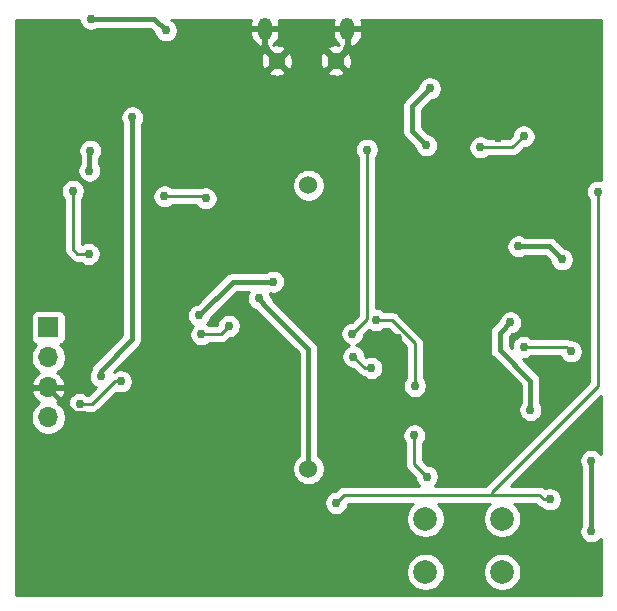
<source format=gbl>
G04 #@! TF.GenerationSoftware,KiCad,Pcbnew,(5.1.5)-3*
G04 #@! TF.CreationDate,2020-02-19T13:12:13+05:30*
G04 #@! TF.ProjectId,task_1,7461736b-5f31-42e6-9b69-6361645f7063,rev?*
G04 #@! TF.SameCoordinates,Original*
G04 #@! TF.FileFunction,Copper,L2,Bot*
G04 #@! TF.FilePolarity,Positive*
%FSLAX46Y46*%
G04 Gerber Fmt 4.6, Leading zero omitted, Abs format (unit mm)*
G04 Created by KiCad (PCBNEW (5.1.5)-3) date 2020-02-19 13:12:13*
%MOMM*%
%LPD*%
G04 APERTURE LIST*
%ADD10C,1.524000*%
%ADD11C,1.450000*%
%ADD12O,1.200000X1.900000*%
%ADD13R,1.700000X1.700000*%
%ADD14O,1.700000X1.700000*%
%ADD15C,2.000000*%
%ADD16C,0.762000*%
%ADD17C,0.406400*%
%ADD18C,0.254000*%
G04 APERTURE END LIST*
D10*
X189992000Y-98647000D03*
X189992000Y-74637900D03*
D11*
X192301500Y-64073500D03*
X187301500Y-64073500D03*
D12*
X193301500Y-61373500D03*
X186301500Y-61373500D03*
D13*
X167957500Y-86677500D03*
D14*
X167957500Y-89217500D03*
X167957500Y-91757500D03*
X167957500Y-94297500D03*
D15*
X199898000Y-107370000D03*
X199898000Y-102870000D03*
X206398000Y-107370000D03*
X206398000Y-102870000D03*
D16*
X185801000Y-84201000D03*
X171450000Y-73406000D03*
X171513500Y-71704200D03*
X213931500Y-97980500D03*
X213931500Y-103949500D03*
X172148500Y-87757000D03*
X170688000Y-90805000D03*
X197548500Y-87566500D03*
X197485000Y-91503500D03*
X205168500Y-67373500D03*
X206057500Y-70675500D03*
X202628500Y-78105000D03*
X203263500Y-75628500D03*
X199580500Y-64071500D03*
X175006000Y-93662500D03*
X181610000Y-64833500D03*
X175323500Y-66357500D03*
X170243500Y-84772500D03*
X181991000Y-74104500D03*
X181229000Y-69405500D03*
X181229000Y-96202500D03*
X177927000Y-61518800D03*
X171577000Y-60527800D03*
X195326000Y-90106500D03*
X193802000Y-89154000D03*
X174117000Y-91249500D03*
X170624500Y-93154500D03*
X171386500Y-80454500D03*
X170053000Y-75120500D03*
X208216500Y-70485000D03*
X204533500Y-71437500D03*
X199961500Y-71247000D03*
X200279000Y-66421000D03*
X180721000Y-85661500D03*
X187007500Y-82804000D03*
X208788000Y-93662500D03*
X207073500Y-86233000D03*
X211455000Y-80899000D03*
X207772000Y-79819500D03*
X193702966Y-87203666D03*
X194945000Y-71628000D03*
X208216500Y-88328500D03*
X212217000Y-88709500D03*
X180911500Y-87261700D03*
X183261000Y-86550500D03*
X210439000Y-101219000D03*
X192341500Y-101536500D03*
X214503000Y-75184000D03*
X175069500Y-68897500D03*
X172402500Y-90805000D03*
X200025000Y-99314000D03*
X198945500Y-95821500D03*
X195707000Y-86042500D03*
X199009000Y-91630500D03*
X177800000Y-75565000D03*
X181292500Y-75755500D03*
D17*
X186181999Y-84581999D02*
X186181999Y-84708999D01*
X185801000Y-84201000D02*
X186181999Y-84581999D01*
X189992000Y-88519000D02*
X189992000Y-98647000D01*
X186181999Y-84708999D02*
X189992000Y-88519000D01*
X171450000Y-73406000D02*
X171450000Y-71767700D01*
X171450000Y-71767700D02*
X171513500Y-71704200D01*
X213931500Y-97980500D02*
X213931500Y-98519315D01*
X213931500Y-98519315D02*
X213931500Y-103949500D01*
X172148500Y-87757000D02*
X170878500Y-89027000D01*
X170878500Y-89027000D02*
X170878500Y-90614500D01*
D18*
X170878500Y-90614500D02*
X170688000Y-90805000D01*
X197548500Y-87566500D02*
X197548500Y-91440000D01*
X197548500Y-91440000D02*
X197485000Y-91503500D01*
D17*
X205707315Y-67373500D02*
X206057500Y-67723685D01*
X205168500Y-67373500D02*
X205707315Y-67373500D01*
X206057500Y-67723685D02*
X206057500Y-70675500D01*
D18*
X202628500Y-78105000D02*
X202628500Y-76263500D01*
X202628500Y-76263500D02*
X203263500Y-75628500D01*
D17*
X206057500Y-67723685D02*
X206057500Y-65595500D01*
X206057500Y-65595500D02*
X204533500Y-64071500D01*
X204533500Y-64071500D02*
X199580500Y-64071500D01*
X175006000Y-93662500D02*
X174625001Y-94043499D01*
X168807499Y-92607499D02*
X167957500Y-91757500D01*
X170116500Y-93916500D02*
X168807499Y-92607499D01*
X171005500Y-93916500D02*
X170116500Y-93916500D01*
D18*
X171132499Y-94043499D02*
X171005500Y-93916500D01*
D17*
X181610000Y-64833500D02*
X180086000Y-66357500D01*
X180086000Y-66357500D02*
X175323500Y-66357500D01*
X170878500Y-87947500D02*
X170878500Y-89027000D01*
X170307000Y-87376000D02*
X170878500Y-87947500D01*
X170307000Y-85374815D02*
X170307000Y-87376000D01*
X170243500Y-84772500D02*
X170243500Y-85311315D01*
D18*
X170243500Y-85311315D02*
X170307000Y-85374815D01*
D17*
X181991000Y-74104500D02*
X184023000Y-72072500D01*
X184023000Y-72072500D02*
X184023000Y-70802500D01*
X184023000Y-70802500D02*
X182626000Y-69405500D01*
X182626000Y-69405500D02*
X181229000Y-69405500D01*
X180690185Y-96202500D02*
X179801185Y-95313500D01*
X181229000Y-96202500D02*
X180690185Y-96202500D01*
X179801185Y-95313500D02*
X175387000Y-95313500D01*
X175387000Y-95313500D02*
X174180500Y-94107000D01*
X174625001Y-94043499D02*
X174180500Y-94107000D01*
X174180500Y-94107000D02*
X171132499Y-94043499D01*
X177927000Y-61518800D02*
X176936000Y-60527800D01*
X176936000Y-60527800D02*
X171577000Y-60527800D01*
D18*
X195326000Y-90106500D02*
X194754500Y-90106500D01*
X194754500Y-90106500D02*
X193802000Y-89154000D01*
X173578185Y-91249500D02*
X171673185Y-93154500D01*
X174117000Y-91249500D02*
X173578185Y-91249500D01*
X171673185Y-93154500D02*
X170624500Y-93154500D01*
X171386500Y-80454500D02*
X170434000Y-80454500D01*
X170434000Y-80454500D02*
X170053000Y-80073500D01*
X170053000Y-80073500D02*
X170053000Y-75120500D01*
X208216500Y-70485000D02*
X207264000Y-71437500D01*
X207264000Y-71437500D02*
X204533500Y-71437500D01*
D17*
X199961500Y-71247000D02*
X198755000Y-70040500D01*
X198755000Y-70040500D02*
X198755000Y-67945000D01*
X198755000Y-67945000D02*
X200279000Y-66421000D01*
X180721000Y-85661500D02*
X183578500Y-82804000D01*
X183578500Y-82804000D02*
X187007500Y-82804000D01*
X208788000Y-93662500D02*
X208788000Y-91186000D01*
X208788000Y-91186000D02*
X206184500Y-88582500D01*
X206184500Y-88582500D02*
X206184500Y-87122000D01*
X206184500Y-87122000D02*
X207137000Y-86169500D01*
D18*
X207137000Y-86169500D02*
X207073500Y-86233000D01*
D17*
X211455000Y-80899000D02*
X210375500Y-79819500D01*
X210375500Y-79819500D02*
X207772000Y-79819500D01*
D18*
X193702966Y-87203666D02*
X194945000Y-85961632D01*
X194945000Y-85961632D02*
X194945000Y-71628000D01*
X208216500Y-88328500D02*
X211836000Y-88328500D01*
X211836000Y-88328500D02*
X212217000Y-88709500D01*
X180911500Y-87261700D02*
X182549800Y-87261700D01*
X182549800Y-87261700D02*
X183261000Y-86550500D01*
X209900185Y-101219000D02*
X209519185Y-100838000D01*
X210439000Y-101219000D02*
X209900185Y-101219000D01*
X193040000Y-100838000D02*
X192341500Y-101536500D01*
X205549500Y-100838000D02*
X193040000Y-100838000D01*
X205549500Y-100838000D02*
X205549500Y-100584000D01*
X209519185Y-100838000D02*
X205549500Y-100838000D01*
X205549500Y-100584000D02*
X214503000Y-91630500D01*
X214503000Y-91630500D02*
X214503000Y-75184000D01*
D17*
X175069500Y-68897500D02*
X175069500Y-69436315D01*
X175069500Y-69436315D02*
X175069500Y-77406500D01*
X175069500Y-77406500D02*
X175069500Y-87693500D01*
X175069500Y-87693500D02*
X172402500Y-90360500D01*
D18*
X172402500Y-90360500D02*
X172402500Y-90805000D01*
X200025000Y-99314000D02*
X198945500Y-98234500D01*
X198945500Y-98234500D02*
X198945500Y-95821500D01*
X195707000Y-86042500D02*
X197040500Y-86042500D01*
X197040500Y-86042500D02*
X199009000Y-88011000D01*
X199009000Y-88011000D02*
X199009000Y-91630500D01*
X177800000Y-75565000D02*
X181102000Y-75565000D01*
X181102000Y-75565000D02*
X181292500Y-75755500D01*
G36*
X170561000Y-60627867D02*
G01*
X170600044Y-60824156D01*
X170676632Y-61009056D01*
X170787821Y-61175462D01*
X170929338Y-61316979D01*
X171095744Y-61428168D01*
X171280644Y-61504756D01*
X171476933Y-61543800D01*
X171677067Y-61543800D01*
X171873356Y-61504756D01*
X172058256Y-61428168D01*
X172151297Y-61366000D01*
X176588807Y-61366000D01*
X176928214Y-61705407D01*
X176950044Y-61815156D01*
X177026632Y-62000056D01*
X177137821Y-62166462D01*
X177279338Y-62307979D01*
X177445744Y-62419168D01*
X177630644Y-62495756D01*
X177826933Y-62534800D01*
X178027067Y-62534800D01*
X178223356Y-62495756D01*
X178408256Y-62419168D01*
X178574662Y-62307979D01*
X178716179Y-62166462D01*
X178827368Y-62000056D01*
X178903956Y-61815156D01*
X178943000Y-61618867D01*
X178943000Y-61500500D01*
X185066500Y-61500500D01*
X185066500Y-61850500D01*
X185115007Y-62088996D01*
X185209110Y-62313446D01*
X185345193Y-62515225D01*
X185518026Y-62686578D01*
X185720967Y-62820921D01*
X185946218Y-62913091D01*
X185983891Y-62916962D01*
X186174500Y-62792231D01*
X186174500Y-61500500D01*
X186428500Y-61500500D01*
X186428500Y-62792231D01*
X186602362Y-62906003D01*
X186541972Y-63134367D01*
X187301500Y-63893895D01*
X188061028Y-63134367D01*
X191541972Y-63134367D01*
X192301500Y-63893895D01*
X193061028Y-63134367D01*
X193000638Y-62906003D01*
X193174500Y-62792231D01*
X193174500Y-61500500D01*
X193428500Y-61500500D01*
X193428500Y-62792231D01*
X193619109Y-62916962D01*
X193656782Y-62913091D01*
X193882033Y-62820921D01*
X194084974Y-62686578D01*
X194257807Y-62515225D01*
X194393890Y-62313446D01*
X194487993Y-62088996D01*
X194536500Y-61850500D01*
X194536500Y-61500500D01*
X193428500Y-61500500D01*
X193174500Y-61500500D01*
X192066500Y-61500500D01*
X192066500Y-61850500D01*
X192115007Y-62088996D01*
X192209110Y-62313446D01*
X192345193Y-62515225D01*
X192518026Y-62686578D01*
X192613336Y-62749671D01*
X192495651Y-62720781D01*
X192228018Y-62708896D01*
X191963209Y-62749452D01*
X191711400Y-62840891D01*
X191604465Y-62898050D01*
X191541972Y-63134367D01*
X188061028Y-63134367D01*
X187998535Y-62898050D01*
X187755822Y-62784650D01*
X187495651Y-62720781D01*
X187228018Y-62708896D01*
X186998058Y-62744115D01*
X187084974Y-62686578D01*
X187257807Y-62515225D01*
X187393890Y-62313446D01*
X187487993Y-62088996D01*
X187536500Y-61850500D01*
X187536500Y-61500500D01*
X186428500Y-61500500D01*
X186174500Y-61500500D01*
X185066500Y-61500500D01*
X178943000Y-61500500D01*
X178943000Y-61418733D01*
X178903956Y-61222444D01*
X178827368Y-61037544D01*
X178716179Y-60871138D01*
X178574662Y-60729621D01*
X178408256Y-60618432D01*
X178373414Y-60604000D01*
X185137649Y-60604000D01*
X185115007Y-60658004D01*
X185066500Y-60896500D01*
X185066500Y-61246500D01*
X186174500Y-61246500D01*
X186174500Y-61226500D01*
X186428500Y-61226500D01*
X186428500Y-61246500D01*
X187536500Y-61246500D01*
X187536500Y-60896500D01*
X187487993Y-60658004D01*
X187465351Y-60604000D01*
X192137649Y-60604000D01*
X192115007Y-60658004D01*
X192066500Y-60896500D01*
X192066500Y-61246500D01*
X193174500Y-61246500D01*
X193174500Y-61226500D01*
X193428500Y-61226500D01*
X193428500Y-61246500D01*
X194536500Y-61246500D01*
X194536500Y-60896500D01*
X194487993Y-60658004D01*
X194465351Y-60604000D01*
X214732000Y-60604000D01*
X214732000Y-74193646D01*
X214603067Y-74168000D01*
X214402933Y-74168000D01*
X214206644Y-74207044D01*
X214021744Y-74283632D01*
X213855338Y-74394821D01*
X213713821Y-74536338D01*
X213602632Y-74702744D01*
X213526044Y-74887644D01*
X213487000Y-75083933D01*
X213487000Y-75284067D01*
X213526044Y-75480356D01*
X213602632Y-75665256D01*
X213713821Y-75831662D01*
X213741001Y-75858842D01*
X213741000Y-91314869D01*
X205037153Y-100018717D01*
X205008078Y-100042578D01*
X204980649Y-100076000D01*
X200699841Y-100076000D01*
X200814179Y-99961662D01*
X200925368Y-99795256D01*
X201001956Y-99610356D01*
X201041000Y-99414067D01*
X201041000Y-99213933D01*
X201001956Y-99017644D01*
X200925368Y-98832744D01*
X200814179Y-98666338D01*
X200672662Y-98524821D01*
X200506256Y-98413632D01*
X200321356Y-98337044D01*
X200125067Y-98298000D01*
X200086630Y-98298000D01*
X199707500Y-97918870D01*
X199707500Y-96496341D01*
X199734679Y-96469162D01*
X199845868Y-96302756D01*
X199922456Y-96117856D01*
X199961500Y-95921567D01*
X199961500Y-95721433D01*
X199922456Y-95525144D01*
X199845868Y-95340244D01*
X199734679Y-95173838D01*
X199593162Y-95032321D01*
X199426756Y-94921132D01*
X199241856Y-94844544D01*
X199045567Y-94805500D01*
X198845433Y-94805500D01*
X198649144Y-94844544D01*
X198464244Y-94921132D01*
X198297838Y-95032321D01*
X198156321Y-95173838D01*
X198045132Y-95340244D01*
X197968544Y-95525144D01*
X197929500Y-95721433D01*
X197929500Y-95921567D01*
X197968544Y-96117856D01*
X198045132Y-96302756D01*
X198156321Y-96469162D01*
X198183501Y-96496342D01*
X198183500Y-98197077D01*
X198179814Y-98234500D01*
X198183500Y-98271923D01*
X198183500Y-98271925D01*
X198194526Y-98383877D01*
X198238098Y-98527514D01*
X198271035Y-98589135D01*
X198308855Y-98659892D01*
X198348483Y-98708178D01*
X198404078Y-98775922D01*
X198433154Y-98799784D01*
X199009000Y-99375630D01*
X199009000Y-99414067D01*
X199048044Y-99610356D01*
X199124632Y-99795256D01*
X199235821Y-99961662D01*
X199350159Y-100076000D01*
X193077422Y-100076000D01*
X193039999Y-100072314D01*
X193002576Y-100076000D01*
X193002574Y-100076000D01*
X192890622Y-100087026D01*
X192746985Y-100130598D01*
X192614608Y-100201355D01*
X192498578Y-100296578D01*
X192474720Y-100325649D01*
X192279869Y-100520500D01*
X192241433Y-100520500D01*
X192045144Y-100559544D01*
X191860244Y-100636132D01*
X191693838Y-100747321D01*
X191552321Y-100888838D01*
X191441132Y-101055244D01*
X191364544Y-101240144D01*
X191325500Y-101436433D01*
X191325500Y-101636567D01*
X191364544Y-101832856D01*
X191441132Y-102017756D01*
X191552321Y-102184162D01*
X191693838Y-102325679D01*
X191860244Y-102436868D01*
X192045144Y-102513456D01*
X192241433Y-102552500D01*
X192441567Y-102552500D01*
X192637856Y-102513456D01*
X192822756Y-102436868D01*
X192989162Y-102325679D01*
X193130679Y-102184162D01*
X193241868Y-102017756D01*
X193318456Y-101832856D01*
X193357500Y-101636567D01*
X193357500Y-101600000D01*
X198855767Y-101600000D01*
X198855748Y-101600013D01*
X198628013Y-101827748D01*
X198449082Y-102095537D01*
X198325832Y-102393088D01*
X198263000Y-102708967D01*
X198263000Y-103031033D01*
X198325832Y-103346912D01*
X198449082Y-103644463D01*
X198628013Y-103912252D01*
X198855748Y-104139987D01*
X199123537Y-104318918D01*
X199421088Y-104442168D01*
X199736967Y-104505000D01*
X200059033Y-104505000D01*
X200374912Y-104442168D01*
X200672463Y-104318918D01*
X200940252Y-104139987D01*
X201167987Y-103912252D01*
X201346918Y-103644463D01*
X201470168Y-103346912D01*
X201533000Y-103031033D01*
X201533000Y-102708967D01*
X201470168Y-102393088D01*
X201346918Y-102095537D01*
X201167987Y-101827748D01*
X200940252Y-101600013D01*
X200940233Y-101600000D01*
X205355767Y-101600000D01*
X205355748Y-101600013D01*
X205128013Y-101827748D01*
X204949082Y-102095537D01*
X204825832Y-102393088D01*
X204763000Y-102708967D01*
X204763000Y-103031033D01*
X204825832Y-103346912D01*
X204949082Y-103644463D01*
X205128013Y-103912252D01*
X205355748Y-104139987D01*
X205623537Y-104318918D01*
X205921088Y-104442168D01*
X206236967Y-104505000D01*
X206559033Y-104505000D01*
X206874912Y-104442168D01*
X207172463Y-104318918D01*
X207440252Y-104139987D01*
X207667987Y-103912252D01*
X207846918Y-103644463D01*
X207970168Y-103346912D01*
X208033000Y-103031033D01*
X208033000Y-102708967D01*
X207970168Y-102393088D01*
X207846918Y-102095537D01*
X207667987Y-101827748D01*
X207440252Y-101600013D01*
X207440233Y-101600000D01*
X209203555Y-101600000D01*
X209334901Y-101731346D01*
X209358763Y-101760422D01*
X209474793Y-101855645D01*
X209607170Y-101926402D01*
X209750807Y-101969974D01*
X209753387Y-101970228D01*
X209791338Y-102008179D01*
X209957744Y-102119368D01*
X210142644Y-102195956D01*
X210338933Y-102235000D01*
X210539067Y-102235000D01*
X210735356Y-102195956D01*
X210920256Y-102119368D01*
X211086662Y-102008179D01*
X211228179Y-101866662D01*
X211339368Y-101700256D01*
X211415956Y-101515356D01*
X211455000Y-101319067D01*
X211455000Y-101118933D01*
X211415956Y-100922644D01*
X211339368Y-100737744D01*
X211228179Y-100571338D01*
X211086662Y-100429821D01*
X210920256Y-100318632D01*
X210735356Y-100242044D01*
X210539067Y-100203000D01*
X210338933Y-100203000D01*
X210142644Y-100242044D01*
X210043963Y-100282919D01*
X209944577Y-100201355D01*
X209812200Y-100130598D01*
X209668563Y-100087026D01*
X209556611Y-100076000D01*
X209556608Y-100076000D01*
X209519185Y-100072314D01*
X209481762Y-100076000D01*
X207135130Y-100076000D01*
X214732001Y-92479130D01*
X214732001Y-97349782D01*
X214720679Y-97332838D01*
X214579162Y-97191321D01*
X214412756Y-97080132D01*
X214227856Y-97003544D01*
X214031567Y-96964500D01*
X213831433Y-96964500D01*
X213635144Y-97003544D01*
X213450244Y-97080132D01*
X213283838Y-97191321D01*
X213142321Y-97332838D01*
X213031132Y-97499244D01*
X212954544Y-97684144D01*
X212915500Y-97880433D01*
X212915500Y-98080567D01*
X212954544Y-98276856D01*
X213031132Y-98461756D01*
X213093300Y-98554797D01*
X213093301Y-103375202D01*
X213031132Y-103468244D01*
X212954544Y-103653144D01*
X212915500Y-103849433D01*
X212915500Y-104049567D01*
X212954544Y-104245856D01*
X213031132Y-104430756D01*
X213142321Y-104597162D01*
X213283838Y-104738679D01*
X213450244Y-104849868D01*
X213635144Y-104926456D01*
X213831433Y-104965500D01*
X214031567Y-104965500D01*
X214227856Y-104926456D01*
X214412756Y-104849868D01*
X214579162Y-104738679D01*
X214720679Y-104597162D01*
X214732001Y-104580218D01*
X214732001Y-109322000D01*
X165252000Y-109322000D01*
X165252000Y-107208967D01*
X198263000Y-107208967D01*
X198263000Y-107531033D01*
X198325832Y-107846912D01*
X198449082Y-108144463D01*
X198628013Y-108412252D01*
X198855748Y-108639987D01*
X199123537Y-108818918D01*
X199421088Y-108942168D01*
X199736967Y-109005000D01*
X200059033Y-109005000D01*
X200374912Y-108942168D01*
X200672463Y-108818918D01*
X200940252Y-108639987D01*
X201167987Y-108412252D01*
X201346918Y-108144463D01*
X201470168Y-107846912D01*
X201533000Y-107531033D01*
X201533000Y-107208967D01*
X204763000Y-107208967D01*
X204763000Y-107531033D01*
X204825832Y-107846912D01*
X204949082Y-108144463D01*
X205128013Y-108412252D01*
X205355748Y-108639987D01*
X205623537Y-108818918D01*
X205921088Y-108942168D01*
X206236967Y-109005000D01*
X206559033Y-109005000D01*
X206874912Y-108942168D01*
X207172463Y-108818918D01*
X207440252Y-108639987D01*
X207667987Y-108412252D01*
X207846918Y-108144463D01*
X207970168Y-107846912D01*
X208033000Y-107531033D01*
X208033000Y-107208967D01*
X207970168Y-106893088D01*
X207846918Y-106595537D01*
X207667987Y-106327748D01*
X207440252Y-106100013D01*
X207172463Y-105921082D01*
X206874912Y-105797832D01*
X206559033Y-105735000D01*
X206236967Y-105735000D01*
X205921088Y-105797832D01*
X205623537Y-105921082D01*
X205355748Y-106100013D01*
X205128013Y-106327748D01*
X204949082Y-106595537D01*
X204825832Y-106893088D01*
X204763000Y-107208967D01*
X201533000Y-107208967D01*
X201470168Y-106893088D01*
X201346918Y-106595537D01*
X201167987Y-106327748D01*
X200940252Y-106100013D01*
X200672463Y-105921082D01*
X200374912Y-105797832D01*
X200059033Y-105735000D01*
X199736967Y-105735000D01*
X199421088Y-105797832D01*
X199123537Y-105921082D01*
X198855748Y-106100013D01*
X198628013Y-106327748D01*
X198449082Y-106595537D01*
X198325832Y-106893088D01*
X198263000Y-107208967D01*
X165252000Y-107208967D01*
X165252000Y-94151240D01*
X166472500Y-94151240D01*
X166472500Y-94443760D01*
X166529568Y-94730658D01*
X166641510Y-95000911D01*
X166804025Y-95244132D01*
X167010868Y-95450975D01*
X167254089Y-95613490D01*
X167524342Y-95725432D01*
X167811240Y-95782500D01*
X168103760Y-95782500D01*
X168390658Y-95725432D01*
X168660911Y-95613490D01*
X168904132Y-95450975D01*
X169110975Y-95244132D01*
X169273490Y-95000911D01*
X169385432Y-94730658D01*
X169442500Y-94443760D01*
X169442500Y-94151240D01*
X169385432Y-93864342D01*
X169273490Y-93594089D01*
X169110975Y-93350868D01*
X168904132Y-93144025D01*
X168770049Y-93054433D01*
X169608500Y-93054433D01*
X169608500Y-93254567D01*
X169647544Y-93450856D01*
X169724132Y-93635756D01*
X169835321Y-93802162D01*
X169976838Y-93943679D01*
X170143244Y-94054868D01*
X170328144Y-94131456D01*
X170524433Y-94170500D01*
X170724567Y-94170500D01*
X170920856Y-94131456D01*
X171105756Y-94054868D01*
X171272162Y-93943679D01*
X171299341Y-93916500D01*
X171635762Y-93916500D01*
X171673185Y-93920186D01*
X171710608Y-93916500D01*
X171710611Y-93916500D01*
X171822563Y-93905474D01*
X171966200Y-93861902D01*
X172098577Y-93791145D01*
X172214607Y-93695922D01*
X172238469Y-93666846D01*
X173720387Y-92184928D01*
X173820644Y-92226456D01*
X174016933Y-92265500D01*
X174217067Y-92265500D01*
X174413356Y-92226456D01*
X174598256Y-92149868D01*
X174764662Y-92038679D01*
X174906179Y-91897162D01*
X175017368Y-91730756D01*
X175093956Y-91545856D01*
X175133000Y-91349567D01*
X175133000Y-91149433D01*
X175093956Y-90953144D01*
X175017368Y-90768244D01*
X174906179Y-90601838D01*
X174764662Y-90460321D01*
X174598256Y-90349132D01*
X174413356Y-90272544D01*
X174217067Y-90233500D01*
X174016933Y-90233500D01*
X173820644Y-90272544D01*
X173635744Y-90349132D01*
X173525797Y-90422596D01*
X175633088Y-88315306D01*
X175665064Y-88289064D01*
X175694143Y-88253632D01*
X175769809Y-88161432D01*
X175847642Y-88015817D01*
X175895571Y-87857816D01*
X175899068Y-87822309D01*
X175907700Y-87734670D01*
X175907700Y-87734663D01*
X175911754Y-87693500D01*
X175907700Y-87652337D01*
X175907700Y-85561433D01*
X179705000Y-85561433D01*
X179705000Y-85761567D01*
X179744044Y-85957856D01*
X179820632Y-86142756D01*
X179931821Y-86309162D01*
X180073338Y-86450679D01*
X180200628Y-86535731D01*
X180122321Y-86614038D01*
X180011132Y-86780444D01*
X179934544Y-86965344D01*
X179895500Y-87161633D01*
X179895500Y-87361767D01*
X179934544Y-87558056D01*
X180011132Y-87742956D01*
X180122321Y-87909362D01*
X180263838Y-88050879D01*
X180430244Y-88162068D01*
X180615144Y-88238656D01*
X180811433Y-88277700D01*
X181011567Y-88277700D01*
X181207856Y-88238656D01*
X181392756Y-88162068D01*
X181559162Y-88050879D01*
X181586341Y-88023700D01*
X182512377Y-88023700D01*
X182549800Y-88027386D01*
X182587223Y-88023700D01*
X182587226Y-88023700D01*
X182699178Y-88012674D01*
X182842815Y-87969102D01*
X182975192Y-87898345D01*
X183091222Y-87803122D01*
X183115084Y-87774046D01*
X183322630Y-87566500D01*
X183361067Y-87566500D01*
X183557356Y-87527456D01*
X183742256Y-87450868D01*
X183908662Y-87339679D01*
X184050179Y-87198162D01*
X184161368Y-87031756D01*
X184237956Y-86846856D01*
X184277000Y-86650567D01*
X184277000Y-86450433D01*
X184237956Y-86254144D01*
X184161368Y-86069244D01*
X184050179Y-85902838D01*
X183908662Y-85761321D01*
X183742256Y-85650132D01*
X183557356Y-85573544D01*
X183361067Y-85534500D01*
X183160933Y-85534500D01*
X182964644Y-85573544D01*
X182779744Y-85650132D01*
X182613338Y-85761321D01*
X182471821Y-85902838D01*
X182360632Y-86069244D01*
X182284044Y-86254144D01*
X182245000Y-86450433D01*
X182245000Y-86488870D01*
X182234170Y-86499700D01*
X181586341Y-86499700D01*
X181559162Y-86472521D01*
X181431872Y-86387469D01*
X181510179Y-86309162D01*
X181621368Y-86142756D01*
X181697956Y-85957856D01*
X181719786Y-85848107D01*
X183925694Y-83642200D01*
X184952445Y-83642200D01*
X184900632Y-83719744D01*
X184824044Y-83904644D01*
X184785000Y-84100933D01*
X184785000Y-84301067D01*
X184824044Y-84497356D01*
X184900632Y-84682256D01*
X185011821Y-84848662D01*
X185153338Y-84990179D01*
X185319744Y-85101368D01*
X185475866Y-85166036D01*
X185481690Y-85176931D01*
X185586435Y-85304563D01*
X185618416Y-85330809D01*
X189153800Y-88866194D01*
X189153801Y-97526910D01*
X189101465Y-97561880D01*
X188906880Y-97756465D01*
X188753995Y-97985273D01*
X188648686Y-98239510D01*
X188595000Y-98509408D01*
X188595000Y-98784592D01*
X188648686Y-99054490D01*
X188753995Y-99308727D01*
X188906880Y-99537535D01*
X189101465Y-99732120D01*
X189330273Y-99885005D01*
X189584510Y-99990314D01*
X189854408Y-100044000D01*
X190129592Y-100044000D01*
X190399490Y-99990314D01*
X190653727Y-99885005D01*
X190882535Y-99732120D01*
X191077120Y-99537535D01*
X191230005Y-99308727D01*
X191335314Y-99054490D01*
X191389000Y-98784592D01*
X191389000Y-98509408D01*
X191335314Y-98239510D01*
X191230005Y-97985273D01*
X191077120Y-97756465D01*
X190882535Y-97561880D01*
X190830200Y-97526911D01*
X190830200Y-88560162D01*
X190834254Y-88518999D01*
X190830200Y-88477836D01*
X190830200Y-88477830D01*
X190818071Y-88354684D01*
X190770142Y-88196683D01*
X190692309Y-88051068D01*
X190679520Y-88035485D01*
X190613808Y-87955414D01*
X190613806Y-87955412D01*
X190587564Y-87923436D01*
X190555589Y-87897195D01*
X189761993Y-87103599D01*
X192686966Y-87103599D01*
X192686966Y-87303733D01*
X192726010Y-87500022D01*
X192802598Y-87684922D01*
X192913787Y-87851328D01*
X193055304Y-87992845D01*
X193221710Y-88104034D01*
X193406610Y-88180622D01*
X193467680Y-88192769D01*
X193320744Y-88253632D01*
X193154338Y-88364821D01*
X193012821Y-88506338D01*
X192901632Y-88672744D01*
X192825044Y-88857644D01*
X192786000Y-89053933D01*
X192786000Y-89254067D01*
X192825044Y-89450356D01*
X192901632Y-89635256D01*
X193012821Y-89801662D01*
X193154338Y-89943179D01*
X193320744Y-90054368D01*
X193505644Y-90130956D01*
X193701933Y-90170000D01*
X193740369Y-90170000D01*
X194189221Y-90618851D01*
X194213078Y-90647922D01*
X194329108Y-90743145D01*
X194461485Y-90813902D01*
X194605122Y-90857474D01*
X194643958Y-90861299D01*
X194678338Y-90895679D01*
X194844744Y-91006868D01*
X195029644Y-91083456D01*
X195225933Y-91122500D01*
X195426067Y-91122500D01*
X195622356Y-91083456D01*
X195807256Y-91006868D01*
X195973662Y-90895679D01*
X196115179Y-90754162D01*
X196226368Y-90587756D01*
X196302956Y-90402856D01*
X196342000Y-90206567D01*
X196342000Y-90006433D01*
X196302956Y-89810144D01*
X196226368Y-89625244D01*
X196115179Y-89458838D01*
X195973662Y-89317321D01*
X195807256Y-89206132D01*
X195622356Y-89129544D01*
X195426067Y-89090500D01*
X195225933Y-89090500D01*
X195029644Y-89129544D01*
X194906275Y-89180645D01*
X194818000Y-89092369D01*
X194818000Y-89053933D01*
X194778956Y-88857644D01*
X194702368Y-88672744D01*
X194591179Y-88506338D01*
X194449662Y-88364821D01*
X194283256Y-88253632D01*
X194098356Y-88177044D01*
X194037286Y-88164897D01*
X194184222Y-88104034D01*
X194350628Y-87992845D01*
X194492145Y-87851328D01*
X194603334Y-87684922D01*
X194679922Y-87500022D01*
X194718966Y-87303733D01*
X194718966Y-87265296D01*
X195115235Y-86869028D01*
X195225744Y-86942868D01*
X195410644Y-87019456D01*
X195606933Y-87058500D01*
X195807067Y-87058500D01*
X196003356Y-87019456D01*
X196188256Y-86942868D01*
X196354662Y-86831679D01*
X196381841Y-86804500D01*
X196724870Y-86804500D01*
X198247000Y-88326631D01*
X198247001Y-90955658D01*
X198219821Y-90982838D01*
X198108632Y-91149244D01*
X198032044Y-91334144D01*
X197993000Y-91530433D01*
X197993000Y-91730567D01*
X198032044Y-91926856D01*
X198108632Y-92111756D01*
X198219821Y-92278162D01*
X198361338Y-92419679D01*
X198527744Y-92530868D01*
X198712644Y-92607456D01*
X198908933Y-92646500D01*
X199109067Y-92646500D01*
X199305356Y-92607456D01*
X199490256Y-92530868D01*
X199656662Y-92419679D01*
X199798179Y-92278162D01*
X199909368Y-92111756D01*
X199985956Y-91926856D01*
X200025000Y-91730567D01*
X200025000Y-91530433D01*
X199985956Y-91334144D01*
X199909368Y-91149244D01*
X199798179Y-90982838D01*
X199771000Y-90955659D01*
X199771000Y-88048422D01*
X199774686Y-88010999D01*
X199770584Y-87969352D01*
X199759974Y-87861622D01*
X199716402Y-87717985D01*
X199645645Y-87585608D01*
X199550422Y-87469578D01*
X199521353Y-87445722D01*
X199197631Y-87122000D01*
X205342246Y-87122000D01*
X205346301Y-87163172D01*
X205346300Y-88541337D01*
X205342246Y-88582500D01*
X205346300Y-88623663D01*
X205346300Y-88623669D01*
X205358429Y-88746815D01*
X205406358Y-88904816D01*
X205484191Y-89050431D01*
X205588936Y-89178064D01*
X205620918Y-89204311D01*
X207949801Y-91533195D01*
X207949800Y-93088203D01*
X207887632Y-93181244D01*
X207811044Y-93366144D01*
X207772000Y-93562433D01*
X207772000Y-93762567D01*
X207811044Y-93958856D01*
X207887632Y-94143756D01*
X207998821Y-94310162D01*
X208140338Y-94451679D01*
X208306744Y-94562868D01*
X208491644Y-94639456D01*
X208687933Y-94678500D01*
X208888067Y-94678500D01*
X209084356Y-94639456D01*
X209269256Y-94562868D01*
X209435662Y-94451679D01*
X209577179Y-94310162D01*
X209688368Y-94143756D01*
X209764956Y-93958856D01*
X209804000Y-93762567D01*
X209804000Y-93562433D01*
X209764956Y-93366144D01*
X209688368Y-93181244D01*
X209626200Y-93088203D01*
X209626200Y-91227162D01*
X209630254Y-91185999D01*
X209626200Y-91144836D01*
X209626200Y-91144830D01*
X209614071Y-91021684D01*
X209566142Y-90863683D01*
X209488309Y-90718068D01*
X209475533Y-90702500D01*
X209409808Y-90622414D01*
X209409806Y-90622412D01*
X209383564Y-90590436D01*
X209351588Y-90564194D01*
X208131894Y-89344500D01*
X208316567Y-89344500D01*
X208512856Y-89305456D01*
X208697756Y-89228868D01*
X208864162Y-89117679D01*
X208891341Y-89090500D01*
X211275105Y-89090500D01*
X211316632Y-89190756D01*
X211427821Y-89357162D01*
X211569338Y-89498679D01*
X211735744Y-89609868D01*
X211920644Y-89686456D01*
X212116933Y-89725500D01*
X212317067Y-89725500D01*
X212513356Y-89686456D01*
X212698256Y-89609868D01*
X212864662Y-89498679D01*
X213006179Y-89357162D01*
X213117368Y-89190756D01*
X213193956Y-89005856D01*
X213233000Y-88809567D01*
X213233000Y-88609433D01*
X213193956Y-88413144D01*
X213117368Y-88228244D01*
X213006179Y-88061838D01*
X212864662Y-87920321D01*
X212698256Y-87809132D01*
X212513356Y-87732544D01*
X212317067Y-87693500D01*
X212263396Y-87693500D01*
X212261392Y-87691855D01*
X212129015Y-87621098D01*
X211985378Y-87577526D01*
X211873426Y-87566500D01*
X211873423Y-87566500D01*
X211836000Y-87562814D01*
X211798577Y-87566500D01*
X208891341Y-87566500D01*
X208864162Y-87539321D01*
X208697756Y-87428132D01*
X208512856Y-87351544D01*
X208316567Y-87312500D01*
X208116433Y-87312500D01*
X207920144Y-87351544D01*
X207735244Y-87428132D01*
X207568838Y-87539321D01*
X207427321Y-87680838D01*
X207316132Y-87847244D01*
X207239544Y-88032144D01*
X207200500Y-88228433D01*
X207200500Y-88413107D01*
X207022700Y-88235307D01*
X207022700Y-87469193D01*
X207260107Y-87231786D01*
X207369856Y-87209956D01*
X207554756Y-87133368D01*
X207721162Y-87022179D01*
X207862679Y-86880662D01*
X207973868Y-86714256D01*
X208050456Y-86529356D01*
X208089500Y-86333067D01*
X208089500Y-86132933D01*
X208050456Y-85936644D01*
X207973868Y-85751744D01*
X207862679Y-85585338D01*
X207721162Y-85443821D01*
X207554756Y-85332632D01*
X207369856Y-85256044D01*
X207173567Y-85217000D01*
X206973433Y-85217000D01*
X206777144Y-85256044D01*
X206592244Y-85332632D01*
X206425838Y-85443821D01*
X206284321Y-85585338D01*
X206173132Y-85751744D01*
X206096544Y-85936644D01*
X206074714Y-86046393D01*
X205620913Y-86500194D01*
X205588937Y-86526436D01*
X205562695Y-86558412D01*
X205562692Y-86558415D01*
X205484191Y-86654069D01*
X205406358Y-86799684D01*
X205358429Y-86957685D01*
X205342246Y-87122000D01*
X199197631Y-87122000D01*
X197605784Y-85530154D01*
X197581922Y-85501078D01*
X197465892Y-85405855D01*
X197333515Y-85335098D01*
X197189878Y-85291526D01*
X197077926Y-85280500D01*
X197077923Y-85280500D01*
X197040500Y-85276814D01*
X197003077Y-85280500D01*
X196381841Y-85280500D01*
X196354662Y-85253321D01*
X196188256Y-85142132D01*
X196003356Y-85065544D01*
X195807067Y-85026500D01*
X195707000Y-85026500D01*
X195707000Y-79719433D01*
X206756000Y-79719433D01*
X206756000Y-79919567D01*
X206795044Y-80115856D01*
X206871632Y-80300756D01*
X206982821Y-80467162D01*
X207124338Y-80608679D01*
X207290744Y-80719868D01*
X207475644Y-80796456D01*
X207671933Y-80835500D01*
X207872067Y-80835500D01*
X208068356Y-80796456D01*
X208253256Y-80719868D01*
X208346297Y-80657700D01*
X210028307Y-80657700D01*
X210456214Y-81085607D01*
X210478044Y-81195356D01*
X210554632Y-81380256D01*
X210665821Y-81546662D01*
X210807338Y-81688179D01*
X210973744Y-81799368D01*
X211158644Y-81875956D01*
X211354933Y-81915000D01*
X211555067Y-81915000D01*
X211751356Y-81875956D01*
X211936256Y-81799368D01*
X212102662Y-81688179D01*
X212244179Y-81546662D01*
X212355368Y-81380256D01*
X212431956Y-81195356D01*
X212471000Y-80999067D01*
X212471000Y-80798933D01*
X212431956Y-80602644D01*
X212355368Y-80417744D01*
X212244179Y-80251338D01*
X212102662Y-80109821D01*
X211936256Y-79998632D01*
X211751356Y-79922044D01*
X211641607Y-79900214D01*
X210997311Y-79255918D01*
X210971064Y-79223936D01*
X210843432Y-79119191D01*
X210697817Y-79041358D01*
X210539816Y-78993429D01*
X210416670Y-78981300D01*
X210416663Y-78981300D01*
X210375500Y-78977246D01*
X210334337Y-78981300D01*
X208346297Y-78981300D01*
X208253256Y-78919132D01*
X208068356Y-78842544D01*
X207872067Y-78803500D01*
X207671933Y-78803500D01*
X207475644Y-78842544D01*
X207290744Y-78919132D01*
X207124338Y-79030321D01*
X206982821Y-79171838D01*
X206871632Y-79338244D01*
X206795044Y-79523144D01*
X206756000Y-79719433D01*
X195707000Y-79719433D01*
X195707000Y-72302841D01*
X195734179Y-72275662D01*
X195845368Y-72109256D01*
X195921956Y-71924356D01*
X195961000Y-71728067D01*
X195961000Y-71527933D01*
X195921956Y-71331644D01*
X195845368Y-71146744D01*
X195734179Y-70980338D01*
X195592662Y-70838821D01*
X195426256Y-70727632D01*
X195241356Y-70651044D01*
X195045067Y-70612000D01*
X194844933Y-70612000D01*
X194648644Y-70651044D01*
X194463744Y-70727632D01*
X194297338Y-70838821D01*
X194155821Y-70980338D01*
X194044632Y-71146744D01*
X193968044Y-71331644D01*
X193929000Y-71527933D01*
X193929000Y-71728067D01*
X193968044Y-71924356D01*
X194044632Y-72109256D01*
X194155821Y-72275662D01*
X194183001Y-72302842D01*
X194183000Y-85646001D01*
X193641336Y-86187666D01*
X193602899Y-86187666D01*
X193406610Y-86226710D01*
X193221710Y-86303298D01*
X193055304Y-86414487D01*
X192913787Y-86556004D01*
X192802598Y-86722410D01*
X192726010Y-86907310D01*
X192686966Y-87103599D01*
X189761993Y-87103599D01*
X186978458Y-84320065D01*
X186960141Y-84259682D01*
X186882308Y-84114067D01*
X186799556Y-84013233D01*
X186777956Y-83904644D01*
X186728122Y-83784333D01*
X186907433Y-83820000D01*
X187107567Y-83820000D01*
X187303856Y-83780956D01*
X187488756Y-83704368D01*
X187655162Y-83593179D01*
X187796679Y-83451662D01*
X187907868Y-83285256D01*
X187984456Y-83100356D01*
X188023500Y-82904067D01*
X188023500Y-82703933D01*
X187984456Y-82507644D01*
X187907868Y-82322744D01*
X187796679Y-82156338D01*
X187655162Y-82014821D01*
X187488756Y-81903632D01*
X187303856Y-81827044D01*
X187107567Y-81788000D01*
X186907433Y-81788000D01*
X186711144Y-81827044D01*
X186526244Y-81903632D01*
X186433203Y-81965800D01*
X183619659Y-81965800D01*
X183578499Y-81961746D01*
X183537339Y-81965800D01*
X183537330Y-81965800D01*
X183414184Y-81977929D01*
X183256183Y-82025858D01*
X183110568Y-82103691D01*
X183046418Y-82156338D01*
X182982936Y-82208436D01*
X182956694Y-82240412D01*
X180534393Y-84662714D01*
X180424644Y-84684544D01*
X180239744Y-84761132D01*
X180073338Y-84872321D01*
X179931821Y-85013838D01*
X179820632Y-85180244D01*
X179744044Y-85365144D01*
X179705000Y-85561433D01*
X175907700Y-85561433D01*
X175907700Y-75464933D01*
X176784000Y-75464933D01*
X176784000Y-75665067D01*
X176823044Y-75861356D01*
X176899632Y-76046256D01*
X177010821Y-76212662D01*
X177152338Y-76354179D01*
X177318744Y-76465368D01*
X177503644Y-76541956D01*
X177699933Y-76581000D01*
X177900067Y-76581000D01*
X178096356Y-76541956D01*
X178281256Y-76465368D01*
X178447662Y-76354179D01*
X178474841Y-76327000D01*
X180452431Y-76327000D01*
X180503321Y-76403162D01*
X180644838Y-76544679D01*
X180811244Y-76655868D01*
X180996144Y-76732456D01*
X181192433Y-76771500D01*
X181392567Y-76771500D01*
X181588856Y-76732456D01*
X181773756Y-76655868D01*
X181940162Y-76544679D01*
X182081679Y-76403162D01*
X182192868Y-76236756D01*
X182269456Y-76051856D01*
X182308500Y-75855567D01*
X182308500Y-75655433D01*
X182269456Y-75459144D01*
X182192868Y-75274244D01*
X182081679Y-75107838D01*
X181940162Y-74966321D01*
X181773756Y-74855132D01*
X181588856Y-74778544D01*
X181392567Y-74739500D01*
X181192433Y-74739500D01*
X180996144Y-74778544D01*
X180937102Y-74803000D01*
X178474841Y-74803000D01*
X178447662Y-74775821D01*
X178281256Y-74664632D01*
X178096356Y-74588044D01*
X177900067Y-74549000D01*
X177699933Y-74549000D01*
X177503644Y-74588044D01*
X177318744Y-74664632D01*
X177152338Y-74775821D01*
X177010821Y-74917338D01*
X176899632Y-75083744D01*
X176823044Y-75268644D01*
X176784000Y-75464933D01*
X175907700Y-75464933D01*
X175907700Y-74500308D01*
X188595000Y-74500308D01*
X188595000Y-74775492D01*
X188648686Y-75045390D01*
X188753995Y-75299627D01*
X188906880Y-75528435D01*
X189101465Y-75723020D01*
X189330273Y-75875905D01*
X189584510Y-75981214D01*
X189854408Y-76034900D01*
X190129592Y-76034900D01*
X190399490Y-75981214D01*
X190653727Y-75875905D01*
X190882535Y-75723020D01*
X191077120Y-75528435D01*
X191230005Y-75299627D01*
X191335314Y-75045390D01*
X191389000Y-74775492D01*
X191389000Y-74500308D01*
X191335314Y-74230410D01*
X191230005Y-73976173D01*
X191077120Y-73747365D01*
X190882535Y-73552780D01*
X190653727Y-73399895D01*
X190399490Y-73294586D01*
X190129592Y-73240900D01*
X189854408Y-73240900D01*
X189584510Y-73294586D01*
X189330273Y-73399895D01*
X189101465Y-73552780D01*
X188906880Y-73747365D01*
X188753995Y-73976173D01*
X188648686Y-74230410D01*
X188595000Y-74500308D01*
X175907700Y-74500308D01*
X175907700Y-69471797D01*
X175969868Y-69378756D01*
X176046456Y-69193856D01*
X176085500Y-68997567D01*
X176085500Y-68797433D01*
X176046456Y-68601144D01*
X175969868Y-68416244D01*
X175858679Y-68249838D01*
X175717162Y-68108321D01*
X175550756Y-67997132D01*
X175424899Y-67945000D01*
X197912746Y-67945000D01*
X197916801Y-67986172D01*
X197916800Y-69999337D01*
X197912746Y-70040500D01*
X197916800Y-70081663D01*
X197916800Y-70081669D01*
X197928929Y-70204815D01*
X197976858Y-70362816D01*
X198054691Y-70508431D01*
X198159436Y-70636064D01*
X198191418Y-70662311D01*
X198962714Y-71433607D01*
X198984544Y-71543356D01*
X199061132Y-71728256D01*
X199172321Y-71894662D01*
X199313838Y-72036179D01*
X199480244Y-72147368D01*
X199665144Y-72223956D01*
X199861433Y-72263000D01*
X200061567Y-72263000D01*
X200257856Y-72223956D01*
X200442756Y-72147368D01*
X200609162Y-72036179D01*
X200750679Y-71894662D01*
X200861868Y-71728256D01*
X200938456Y-71543356D01*
X200977500Y-71347067D01*
X200977500Y-71337433D01*
X203517500Y-71337433D01*
X203517500Y-71537567D01*
X203556544Y-71733856D01*
X203633132Y-71918756D01*
X203744321Y-72085162D01*
X203885838Y-72226679D01*
X204052244Y-72337868D01*
X204237144Y-72414456D01*
X204433433Y-72453500D01*
X204633567Y-72453500D01*
X204829856Y-72414456D01*
X205014756Y-72337868D01*
X205181162Y-72226679D01*
X205208341Y-72199500D01*
X207226577Y-72199500D01*
X207264000Y-72203186D01*
X207301423Y-72199500D01*
X207301426Y-72199500D01*
X207413378Y-72188474D01*
X207557015Y-72144902D01*
X207689392Y-72074145D01*
X207805422Y-71978922D01*
X207829284Y-71949846D01*
X208278130Y-71501000D01*
X208316567Y-71501000D01*
X208512856Y-71461956D01*
X208697756Y-71385368D01*
X208864162Y-71274179D01*
X209005679Y-71132662D01*
X209116868Y-70966256D01*
X209193456Y-70781356D01*
X209232500Y-70585067D01*
X209232500Y-70384933D01*
X209193456Y-70188644D01*
X209116868Y-70003744D01*
X209005679Y-69837338D01*
X208864162Y-69695821D01*
X208697756Y-69584632D01*
X208512856Y-69508044D01*
X208316567Y-69469000D01*
X208116433Y-69469000D01*
X207920144Y-69508044D01*
X207735244Y-69584632D01*
X207568838Y-69695821D01*
X207427321Y-69837338D01*
X207316132Y-70003744D01*
X207239544Y-70188644D01*
X207200500Y-70384933D01*
X207200500Y-70423370D01*
X206948370Y-70675500D01*
X205208341Y-70675500D01*
X205181162Y-70648321D01*
X205014756Y-70537132D01*
X204829856Y-70460544D01*
X204633567Y-70421500D01*
X204433433Y-70421500D01*
X204237144Y-70460544D01*
X204052244Y-70537132D01*
X203885838Y-70648321D01*
X203744321Y-70789838D01*
X203633132Y-70956244D01*
X203556544Y-71141144D01*
X203517500Y-71337433D01*
X200977500Y-71337433D01*
X200977500Y-71146933D01*
X200938456Y-70950644D01*
X200861868Y-70765744D01*
X200750679Y-70599338D01*
X200609162Y-70457821D01*
X200442756Y-70346632D01*
X200257856Y-70270044D01*
X200148107Y-70248214D01*
X199593200Y-69693307D01*
X199593200Y-68292193D01*
X200465608Y-67419786D01*
X200575356Y-67397956D01*
X200760256Y-67321368D01*
X200926662Y-67210179D01*
X201068179Y-67068662D01*
X201179368Y-66902256D01*
X201255956Y-66717356D01*
X201295000Y-66521067D01*
X201295000Y-66320933D01*
X201255956Y-66124644D01*
X201179368Y-65939744D01*
X201068179Y-65773338D01*
X200926662Y-65631821D01*
X200760256Y-65520632D01*
X200575356Y-65444044D01*
X200379067Y-65405000D01*
X200178933Y-65405000D01*
X199982644Y-65444044D01*
X199797744Y-65520632D01*
X199631338Y-65631821D01*
X199489821Y-65773338D01*
X199378632Y-65939744D01*
X199302044Y-66124644D01*
X199280214Y-66234392D01*
X198191413Y-67323194D01*
X198159437Y-67349436D01*
X198133195Y-67381412D01*
X198133192Y-67381415D01*
X198054691Y-67477069D01*
X197976858Y-67622684D01*
X197928929Y-67780685D01*
X197912746Y-67945000D01*
X175424899Y-67945000D01*
X175365856Y-67920544D01*
X175169567Y-67881500D01*
X174969433Y-67881500D01*
X174773144Y-67920544D01*
X174588244Y-67997132D01*
X174421838Y-68108321D01*
X174280321Y-68249838D01*
X174169132Y-68416244D01*
X174092544Y-68601144D01*
X174053500Y-68797433D01*
X174053500Y-68997567D01*
X174092544Y-69193856D01*
X174169132Y-69378756D01*
X174231300Y-69471797D01*
X174231301Y-77365321D01*
X174231300Y-77365331D01*
X174231301Y-87346305D01*
X171780692Y-89796915D01*
X171702191Y-89892569D01*
X171624358Y-90038184D01*
X171576429Y-90196185D01*
X171574539Y-90215380D01*
X171502132Y-90323744D01*
X171425544Y-90508644D01*
X171386500Y-90704933D01*
X171386500Y-90905067D01*
X171425544Y-91101356D01*
X171502132Y-91286256D01*
X171613321Y-91452662D01*
X171754838Y-91594179D01*
X171921244Y-91705368D01*
X172008531Y-91741523D01*
X171357555Y-92392500D01*
X171299341Y-92392500D01*
X171272162Y-92365321D01*
X171105756Y-92254132D01*
X170920856Y-92177544D01*
X170724567Y-92138500D01*
X170524433Y-92138500D01*
X170328144Y-92177544D01*
X170143244Y-92254132D01*
X169976838Y-92365321D01*
X169835321Y-92506838D01*
X169724132Y-92673244D01*
X169647544Y-92858144D01*
X169608500Y-93054433D01*
X168770049Y-93054433D01*
X168721966Y-93022305D01*
X168838855Y-92952678D01*
X169055088Y-92757769D01*
X169229141Y-92524420D01*
X169354325Y-92261599D01*
X169398976Y-92114390D01*
X169277655Y-91884500D01*
X168084500Y-91884500D01*
X168084500Y-91904500D01*
X167830500Y-91904500D01*
X167830500Y-91884500D01*
X166637345Y-91884500D01*
X166516024Y-92114390D01*
X166560675Y-92261599D01*
X166685859Y-92524420D01*
X166859912Y-92757769D01*
X167076145Y-92952678D01*
X167193034Y-93022305D01*
X167010868Y-93144025D01*
X166804025Y-93350868D01*
X166641510Y-93594089D01*
X166529568Y-93864342D01*
X166472500Y-94151240D01*
X165252000Y-94151240D01*
X165252000Y-85827500D01*
X166469428Y-85827500D01*
X166469428Y-87527500D01*
X166481688Y-87651982D01*
X166517998Y-87771680D01*
X166576963Y-87881994D01*
X166656315Y-87978685D01*
X166753006Y-88058037D01*
X166863320Y-88117002D01*
X166935880Y-88139013D01*
X166804025Y-88270868D01*
X166641510Y-88514089D01*
X166529568Y-88784342D01*
X166472500Y-89071240D01*
X166472500Y-89363760D01*
X166529568Y-89650658D01*
X166641510Y-89920911D01*
X166804025Y-90164132D01*
X167010868Y-90370975D01*
X167193034Y-90492695D01*
X167076145Y-90562322D01*
X166859912Y-90757231D01*
X166685859Y-90990580D01*
X166560675Y-91253401D01*
X166516024Y-91400610D01*
X166637345Y-91630500D01*
X167830500Y-91630500D01*
X167830500Y-91610500D01*
X168084500Y-91610500D01*
X168084500Y-91630500D01*
X169277655Y-91630500D01*
X169398976Y-91400610D01*
X169354325Y-91253401D01*
X169229141Y-90990580D01*
X169055088Y-90757231D01*
X168838855Y-90562322D01*
X168721966Y-90492695D01*
X168904132Y-90370975D01*
X169110975Y-90164132D01*
X169273490Y-89920911D01*
X169385432Y-89650658D01*
X169442500Y-89363760D01*
X169442500Y-89071240D01*
X169385432Y-88784342D01*
X169273490Y-88514089D01*
X169110975Y-88270868D01*
X168979120Y-88139013D01*
X169051680Y-88117002D01*
X169161994Y-88058037D01*
X169258685Y-87978685D01*
X169338037Y-87881994D01*
X169397002Y-87771680D01*
X169433312Y-87651982D01*
X169445572Y-87527500D01*
X169445572Y-85827500D01*
X169433312Y-85703018D01*
X169397002Y-85583320D01*
X169338037Y-85473006D01*
X169258685Y-85376315D01*
X169161994Y-85296963D01*
X169051680Y-85237998D01*
X168931982Y-85201688D01*
X168807500Y-85189428D01*
X167107500Y-85189428D01*
X166983018Y-85201688D01*
X166863320Y-85237998D01*
X166753006Y-85296963D01*
X166656315Y-85376315D01*
X166576963Y-85473006D01*
X166517998Y-85583320D01*
X166481688Y-85703018D01*
X166469428Y-85827500D01*
X165252000Y-85827500D01*
X165252000Y-75020433D01*
X169037000Y-75020433D01*
X169037000Y-75220567D01*
X169076044Y-75416856D01*
X169152632Y-75601756D01*
X169263821Y-75768162D01*
X169291001Y-75795342D01*
X169291000Y-80036077D01*
X169287314Y-80073500D01*
X169291000Y-80110923D01*
X169291000Y-80110925D01*
X169302026Y-80222877D01*
X169345598Y-80366514D01*
X169371549Y-80415064D01*
X169416355Y-80498892D01*
X169455983Y-80547178D01*
X169511578Y-80614922D01*
X169540654Y-80638784D01*
X169868716Y-80966846D01*
X169892578Y-80995922D01*
X170008608Y-81091145D01*
X170140985Y-81161902D01*
X170284622Y-81205474D01*
X170396574Y-81216500D01*
X170396576Y-81216500D01*
X170433999Y-81220186D01*
X170471422Y-81216500D01*
X170711659Y-81216500D01*
X170738838Y-81243679D01*
X170905244Y-81354868D01*
X171090144Y-81431456D01*
X171286433Y-81470500D01*
X171486567Y-81470500D01*
X171682856Y-81431456D01*
X171867756Y-81354868D01*
X172034162Y-81243679D01*
X172175679Y-81102162D01*
X172286868Y-80935756D01*
X172363456Y-80750856D01*
X172402500Y-80554567D01*
X172402500Y-80354433D01*
X172363456Y-80158144D01*
X172286868Y-79973244D01*
X172175679Y-79806838D01*
X172034162Y-79665321D01*
X171867756Y-79554132D01*
X171682856Y-79477544D01*
X171486567Y-79438500D01*
X171286433Y-79438500D01*
X171090144Y-79477544D01*
X170905244Y-79554132D01*
X170815000Y-79614431D01*
X170815000Y-75795341D01*
X170842179Y-75768162D01*
X170953368Y-75601756D01*
X171029956Y-75416856D01*
X171069000Y-75220567D01*
X171069000Y-75020433D01*
X171029956Y-74824144D01*
X170953368Y-74639244D01*
X170842179Y-74472838D01*
X170700662Y-74331321D01*
X170534256Y-74220132D01*
X170349356Y-74143544D01*
X170153067Y-74104500D01*
X169952933Y-74104500D01*
X169756644Y-74143544D01*
X169571744Y-74220132D01*
X169405338Y-74331321D01*
X169263821Y-74472838D01*
X169152632Y-74639244D01*
X169076044Y-74824144D01*
X169037000Y-75020433D01*
X165252000Y-75020433D01*
X165252000Y-73305933D01*
X170434000Y-73305933D01*
X170434000Y-73506067D01*
X170473044Y-73702356D01*
X170549632Y-73887256D01*
X170660821Y-74053662D01*
X170802338Y-74195179D01*
X170968744Y-74306368D01*
X171153644Y-74382956D01*
X171349933Y-74422000D01*
X171550067Y-74422000D01*
X171746356Y-74382956D01*
X171931256Y-74306368D01*
X172097662Y-74195179D01*
X172239179Y-74053662D01*
X172350368Y-73887256D01*
X172426956Y-73702356D01*
X172466000Y-73506067D01*
X172466000Y-73305933D01*
X172426956Y-73109644D01*
X172350368Y-72924744D01*
X172288200Y-72831703D01*
X172288200Y-72366341D01*
X172302679Y-72351862D01*
X172413868Y-72185456D01*
X172490456Y-72000556D01*
X172529500Y-71804267D01*
X172529500Y-71604133D01*
X172490456Y-71407844D01*
X172413868Y-71222944D01*
X172302679Y-71056538D01*
X172161162Y-70915021D01*
X171994756Y-70803832D01*
X171809856Y-70727244D01*
X171613567Y-70688200D01*
X171413433Y-70688200D01*
X171217144Y-70727244D01*
X171032244Y-70803832D01*
X170865838Y-70915021D01*
X170724321Y-71056538D01*
X170613132Y-71222944D01*
X170536544Y-71407844D01*
X170497500Y-71604133D01*
X170497500Y-71804267D01*
X170536544Y-72000556D01*
X170611801Y-72182242D01*
X170611800Y-72831703D01*
X170549632Y-72924744D01*
X170473044Y-73109644D01*
X170434000Y-73305933D01*
X165252000Y-73305933D01*
X165252000Y-65012633D01*
X186541972Y-65012633D01*
X186604465Y-65248950D01*
X186847178Y-65362350D01*
X187107349Y-65426219D01*
X187374982Y-65438104D01*
X187639791Y-65397548D01*
X187891600Y-65306109D01*
X187998535Y-65248950D01*
X188061028Y-65012633D01*
X191541972Y-65012633D01*
X191604465Y-65248950D01*
X191847178Y-65362350D01*
X192107349Y-65426219D01*
X192374982Y-65438104D01*
X192639791Y-65397548D01*
X192891600Y-65306109D01*
X192998535Y-65248950D01*
X193061028Y-65012633D01*
X192301500Y-64253105D01*
X191541972Y-65012633D01*
X188061028Y-65012633D01*
X187301500Y-64253105D01*
X186541972Y-65012633D01*
X165252000Y-65012633D01*
X165252000Y-64146982D01*
X185936896Y-64146982D01*
X185977452Y-64411791D01*
X186068891Y-64663600D01*
X186126050Y-64770535D01*
X186362367Y-64833028D01*
X187121895Y-64073500D01*
X187481105Y-64073500D01*
X188240633Y-64833028D01*
X188476950Y-64770535D01*
X188590350Y-64527822D01*
X188654219Y-64267651D01*
X188659577Y-64146982D01*
X190936896Y-64146982D01*
X190977452Y-64411791D01*
X191068891Y-64663600D01*
X191126050Y-64770535D01*
X191362367Y-64833028D01*
X192121895Y-64073500D01*
X192481105Y-64073500D01*
X193240633Y-64833028D01*
X193476950Y-64770535D01*
X193590350Y-64527822D01*
X193654219Y-64267651D01*
X193666104Y-64000018D01*
X193625548Y-63735209D01*
X193534109Y-63483400D01*
X193476950Y-63376465D01*
X193240633Y-63313972D01*
X192481105Y-64073500D01*
X192121895Y-64073500D01*
X191362367Y-63313972D01*
X191126050Y-63376465D01*
X191012650Y-63619178D01*
X190948781Y-63879349D01*
X190936896Y-64146982D01*
X188659577Y-64146982D01*
X188666104Y-64000018D01*
X188625548Y-63735209D01*
X188534109Y-63483400D01*
X188476950Y-63376465D01*
X188240633Y-63313972D01*
X187481105Y-64073500D01*
X187121895Y-64073500D01*
X186362367Y-63313972D01*
X186126050Y-63376465D01*
X186012650Y-63619178D01*
X185948781Y-63879349D01*
X185936896Y-64146982D01*
X165252000Y-64146982D01*
X165252000Y-60604000D01*
X170561000Y-60604000D01*
X170561000Y-60627867D01*
G37*
X170561000Y-60627867D02*
X170600044Y-60824156D01*
X170676632Y-61009056D01*
X170787821Y-61175462D01*
X170929338Y-61316979D01*
X171095744Y-61428168D01*
X171280644Y-61504756D01*
X171476933Y-61543800D01*
X171677067Y-61543800D01*
X171873356Y-61504756D01*
X172058256Y-61428168D01*
X172151297Y-61366000D01*
X176588807Y-61366000D01*
X176928214Y-61705407D01*
X176950044Y-61815156D01*
X177026632Y-62000056D01*
X177137821Y-62166462D01*
X177279338Y-62307979D01*
X177445744Y-62419168D01*
X177630644Y-62495756D01*
X177826933Y-62534800D01*
X178027067Y-62534800D01*
X178223356Y-62495756D01*
X178408256Y-62419168D01*
X178574662Y-62307979D01*
X178716179Y-62166462D01*
X178827368Y-62000056D01*
X178903956Y-61815156D01*
X178943000Y-61618867D01*
X178943000Y-61500500D01*
X185066500Y-61500500D01*
X185066500Y-61850500D01*
X185115007Y-62088996D01*
X185209110Y-62313446D01*
X185345193Y-62515225D01*
X185518026Y-62686578D01*
X185720967Y-62820921D01*
X185946218Y-62913091D01*
X185983891Y-62916962D01*
X186174500Y-62792231D01*
X186174500Y-61500500D01*
X186428500Y-61500500D01*
X186428500Y-62792231D01*
X186602362Y-62906003D01*
X186541972Y-63134367D01*
X187301500Y-63893895D01*
X188061028Y-63134367D01*
X191541972Y-63134367D01*
X192301500Y-63893895D01*
X193061028Y-63134367D01*
X193000638Y-62906003D01*
X193174500Y-62792231D01*
X193174500Y-61500500D01*
X193428500Y-61500500D01*
X193428500Y-62792231D01*
X193619109Y-62916962D01*
X193656782Y-62913091D01*
X193882033Y-62820921D01*
X194084974Y-62686578D01*
X194257807Y-62515225D01*
X194393890Y-62313446D01*
X194487993Y-62088996D01*
X194536500Y-61850500D01*
X194536500Y-61500500D01*
X193428500Y-61500500D01*
X193174500Y-61500500D01*
X192066500Y-61500500D01*
X192066500Y-61850500D01*
X192115007Y-62088996D01*
X192209110Y-62313446D01*
X192345193Y-62515225D01*
X192518026Y-62686578D01*
X192613336Y-62749671D01*
X192495651Y-62720781D01*
X192228018Y-62708896D01*
X191963209Y-62749452D01*
X191711400Y-62840891D01*
X191604465Y-62898050D01*
X191541972Y-63134367D01*
X188061028Y-63134367D01*
X187998535Y-62898050D01*
X187755822Y-62784650D01*
X187495651Y-62720781D01*
X187228018Y-62708896D01*
X186998058Y-62744115D01*
X187084974Y-62686578D01*
X187257807Y-62515225D01*
X187393890Y-62313446D01*
X187487993Y-62088996D01*
X187536500Y-61850500D01*
X187536500Y-61500500D01*
X186428500Y-61500500D01*
X186174500Y-61500500D01*
X185066500Y-61500500D01*
X178943000Y-61500500D01*
X178943000Y-61418733D01*
X178903956Y-61222444D01*
X178827368Y-61037544D01*
X178716179Y-60871138D01*
X178574662Y-60729621D01*
X178408256Y-60618432D01*
X178373414Y-60604000D01*
X185137649Y-60604000D01*
X185115007Y-60658004D01*
X185066500Y-60896500D01*
X185066500Y-61246500D01*
X186174500Y-61246500D01*
X186174500Y-61226500D01*
X186428500Y-61226500D01*
X186428500Y-61246500D01*
X187536500Y-61246500D01*
X187536500Y-60896500D01*
X187487993Y-60658004D01*
X187465351Y-60604000D01*
X192137649Y-60604000D01*
X192115007Y-60658004D01*
X192066500Y-60896500D01*
X192066500Y-61246500D01*
X193174500Y-61246500D01*
X193174500Y-61226500D01*
X193428500Y-61226500D01*
X193428500Y-61246500D01*
X194536500Y-61246500D01*
X194536500Y-60896500D01*
X194487993Y-60658004D01*
X194465351Y-60604000D01*
X214732000Y-60604000D01*
X214732000Y-74193646D01*
X214603067Y-74168000D01*
X214402933Y-74168000D01*
X214206644Y-74207044D01*
X214021744Y-74283632D01*
X213855338Y-74394821D01*
X213713821Y-74536338D01*
X213602632Y-74702744D01*
X213526044Y-74887644D01*
X213487000Y-75083933D01*
X213487000Y-75284067D01*
X213526044Y-75480356D01*
X213602632Y-75665256D01*
X213713821Y-75831662D01*
X213741001Y-75858842D01*
X213741000Y-91314869D01*
X205037153Y-100018717D01*
X205008078Y-100042578D01*
X204980649Y-100076000D01*
X200699841Y-100076000D01*
X200814179Y-99961662D01*
X200925368Y-99795256D01*
X201001956Y-99610356D01*
X201041000Y-99414067D01*
X201041000Y-99213933D01*
X201001956Y-99017644D01*
X200925368Y-98832744D01*
X200814179Y-98666338D01*
X200672662Y-98524821D01*
X200506256Y-98413632D01*
X200321356Y-98337044D01*
X200125067Y-98298000D01*
X200086630Y-98298000D01*
X199707500Y-97918870D01*
X199707500Y-96496341D01*
X199734679Y-96469162D01*
X199845868Y-96302756D01*
X199922456Y-96117856D01*
X199961500Y-95921567D01*
X199961500Y-95721433D01*
X199922456Y-95525144D01*
X199845868Y-95340244D01*
X199734679Y-95173838D01*
X199593162Y-95032321D01*
X199426756Y-94921132D01*
X199241856Y-94844544D01*
X199045567Y-94805500D01*
X198845433Y-94805500D01*
X198649144Y-94844544D01*
X198464244Y-94921132D01*
X198297838Y-95032321D01*
X198156321Y-95173838D01*
X198045132Y-95340244D01*
X197968544Y-95525144D01*
X197929500Y-95721433D01*
X197929500Y-95921567D01*
X197968544Y-96117856D01*
X198045132Y-96302756D01*
X198156321Y-96469162D01*
X198183501Y-96496342D01*
X198183500Y-98197077D01*
X198179814Y-98234500D01*
X198183500Y-98271923D01*
X198183500Y-98271925D01*
X198194526Y-98383877D01*
X198238098Y-98527514D01*
X198271035Y-98589135D01*
X198308855Y-98659892D01*
X198348483Y-98708178D01*
X198404078Y-98775922D01*
X198433154Y-98799784D01*
X199009000Y-99375630D01*
X199009000Y-99414067D01*
X199048044Y-99610356D01*
X199124632Y-99795256D01*
X199235821Y-99961662D01*
X199350159Y-100076000D01*
X193077422Y-100076000D01*
X193039999Y-100072314D01*
X193002576Y-100076000D01*
X193002574Y-100076000D01*
X192890622Y-100087026D01*
X192746985Y-100130598D01*
X192614608Y-100201355D01*
X192498578Y-100296578D01*
X192474720Y-100325649D01*
X192279869Y-100520500D01*
X192241433Y-100520500D01*
X192045144Y-100559544D01*
X191860244Y-100636132D01*
X191693838Y-100747321D01*
X191552321Y-100888838D01*
X191441132Y-101055244D01*
X191364544Y-101240144D01*
X191325500Y-101436433D01*
X191325500Y-101636567D01*
X191364544Y-101832856D01*
X191441132Y-102017756D01*
X191552321Y-102184162D01*
X191693838Y-102325679D01*
X191860244Y-102436868D01*
X192045144Y-102513456D01*
X192241433Y-102552500D01*
X192441567Y-102552500D01*
X192637856Y-102513456D01*
X192822756Y-102436868D01*
X192989162Y-102325679D01*
X193130679Y-102184162D01*
X193241868Y-102017756D01*
X193318456Y-101832856D01*
X193357500Y-101636567D01*
X193357500Y-101600000D01*
X198855767Y-101600000D01*
X198855748Y-101600013D01*
X198628013Y-101827748D01*
X198449082Y-102095537D01*
X198325832Y-102393088D01*
X198263000Y-102708967D01*
X198263000Y-103031033D01*
X198325832Y-103346912D01*
X198449082Y-103644463D01*
X198628013Y-103912252D01*
X198855748Y-104139987D01*
X199123537Y-104318918D01*
X199421088Y-104442168D01*
X199736967Y-104505000D01*
X200059033Y-104505000D01*
X200374912Y-104442168D01*
X200672463Y-104318918D01*
X200940252Y-104139987D01*
X201167987Y-103912252D01*
X201346918Y-103644463D01*
X201470168Y-103346912D01*
X201533000Y-103031033D01*
X201533000Y-102708967D01*
X201470168Y-102393088D01*
X201346918Y-102095537D01*
X201167987Y-101827748D01*
X200940252Y-101600013D01*
X200940233Y-101600000D01*
X205355767Y-101600000D01*
X205355748Y-101600013D01*
X205128013Y-101827748D01*
X204949082Y-102095537D01*
X204825832Y-102393088D01*
X204763000Y-102708967D01*
X204763000Y-103031033D01*
X204825832Y-103346912D01*
X204949082Y-103644463D01*
X205128013Y-103912252D01*
X205355748Y-104139987D01*
X205623537Y-104318918D01*
X205921088Y-104442168D01*
X206236967Y-104505000D01*
X206559033Y-104505000D01*
X206874912Y-104442168D01*
X207172463Y-104318918D01*
X207440252Y-104139987D01*
X207667987Y-103912252D01*
X207846918Y-103644463D01*
X207970168Y-103346912D01*
X208033000Y-103031033D01*
X208033000Y-102708967D01*
X207970168Y-102393088D01*
X207846918Y-102095537D01*
X207667987Y-101827748D01*
X207440252Y-101600013D01*
X207440233Y-101600000D01*
X209203555Y-101600000D01*
X209334901Y-101731346D01*
X209358763Y-101760422D01*
X209474793Y-101855645D01*
X209607170Y-101926402D01*
X209750807Y-101969974D01*
X209753387Y-101970228D01*
X209791338Y-102008179D01*
X209957744Y-102119368D01*
X210142644Y-102195956D01*
X210338933Y-102235000D01*
X210539067Y-102235000D01*
X210735356Y-102195956D01*
X210920256Y-102119368D01*
X211086662Y-102008179D01*
X211228179Y-101866662D01*
X211339368Y-101700256D01*
X211415956Y-101515356D01*
X211455000Y-101319067D01*
X211455000Y-101118933D01*
X211415956Y-100922644D01*
X211339368Y-100737744D01*
X211228179Y-100571338D01*
X211086662Y-100429821D01*
X210920256Y-100318632D01*
X210735356Y-100242044D01*
X210539067Y-100203000D01*
X210338933Y-100203000D01*
X210142644Y-100242044D01*
X210043963Y-100282919D01*
X209944577Y-100201355D01*
X209812200Y-100130598D01*
X209668563Y-100087026D01*
X209556611Y-100076000D01*
X209556608Y-100076000D01*
X209519185Y-100072314D01*
X209481762Y-100076000D01*
X207135130Y-100076000D01*
X214732001Y-92479130D01*
X214732001Y-97349782D01*
X214720679Y-97332838D01*
X214579162Y-97191321D01*
X214412756Y-97080132D01*
X214227856Y-97003544D01*
X214031567Y-96964500D01*
X213831433Y-96964500D01*
X213635144Y-97003544D01*
X213450244Y-97080132D01*
X213283838Y-97191321D01*
X213142321Y-97332838D01*
X213031132Y-97499244D01*
X212954544Y-97684144D01*
X212915500Y-97880433D01*
X212915500Y-98080567D01*
X212954544Y-98276856D01*
X213031132Y-98461756D01*
X213093300Y-98554797D01*
X213093301Y-103375202D01*
X213031132Y-103468244D01*
X212954544Y-103653144D01*
X212915500Y-103849433D01*
X212915500Y-104049567D01*
X212954544Y-104245856D01*
X213031132Y-104430756D01*
X213142321Y-104597162D01*
X213283838Y-104738679D01*
X213450244Y-104849868D01*
X213635144Y-104926456D01*
X213831433Y-104965500D01*
X214031567Y-104965500D01*
X214227856Y-104926456D01*
X214412756Y-104849868D01*
X214579162Y-104738679D01*
X214720679Y-104597162D01*
X214732001Y-104580218D01*
X214732001Y-109322000D01*
X165252000Y-109322000D01*
X165252000Y-107208967D01*
X198263000Y-107208967D01*
X198263000Y-107531033D01*
X198325832Y-107846912D01*
X198449082Y-108144463D01*
X198628013Y-108412252D01*
X198855748Y-108639987D01*
X199123537Y-108818918D01*
X199421088Y-108942168D01*
X199736967Y-109005000D01*
X200059033Y-109005000D01*
X200374912Y-108942168D01*
X200672463Y-108818918D01*
X200940252Y-108639987D01*
X201167987Y-108412252D01*
X201346918Y-108144463D01*
X201470168Y-107846912D01*
X201533000Y-107531033D01*
X201533000Y-107208967D01*
X204763000Y-107208967D01*
X204763000Y-107531033D01*
X204825832Y-107846912D01*
X204949082Y-108144463D01*
X205128013Y-108412252D01*
X205355748Y-108639987D01*
X205623537Y-108818918D01*
X205921088Y-108942168D01*
X206236967Y-109005000D01*
X206559033Y-109005000D01*
X206874912Y-108942168D01*
X207172463Y-108818918D01*
X207440252Y-108639987D01*
X207667987Y-108412252D01*
X207846918Y-108144463D01*
X207970168Y-107846912D01*
X208033000Y-107531033D01*
X208033000Y-107208967D01*
X207970168Y-106893088D01*
X207846918Y-106595537D01*
X207667987Y-106327748D01*
X207440252Y-106100013D01*
X207172463Y-105921082D01*
X206874912Y-105797832D01*
X206559033Y-105735000D01*
X206236967Y-105735000D01*
X205921088Y-105797832D01*
X205623537Y-105921082D01*
X205355748Y-106100013D01*
X205128013Y-106327748D01*
X204949082Y-106595537D01*
X204825832Y-106893088D01*
X204763000Y-107208967D01*
X201533000Y-107208967D01*
X201470168Y-106893088D01*
X201346918Y-106595537D01*
X201167987Y-106327748D01*
X200940252Y-106100013D01*
X200672463Y-105921082D01*
X200374912Y-105797832D01*
X200059033Y-105735000D01*
X199736967Y-105735000D01*
X199421088Y-105797832D01*
X199123537Y-105921082D01*
X198855748Y-106100013D01*
X198628013Y-106327748D01*
X198449082Y-106595537D01*
X198325832Y-106893088D01*
X198263000Y-107208967D01*
X165252000Y-107208967D01*
X165252000Y-94151240D01*
X166472500Y-94151240D01*
X166472500Y-94443760D01*
X166529568Y-94730658D01*
X166641510Y-95000911D01*
X166804025Y-95244132D01*
X167010868Y-95450975D01*
X167254089Y-95613490D01*
X167524342Y-95725432D01*
X167811240Y-95782500D01*
X168103760Y-95782500D01*
X168390658Y-95725432D01*
X168660911Y-95613490D01*
X168904132Y-95450975D01*
X169110975Y-95244132D01*
X169273490Y-95000911D01*
X169385432Y-94730658D01*
X169442500Y-94443760D01*
X169442500Y-94151240D01*
X169385432Y-93864342D01*
X169273490Y-93594089D01*
X169110975Y-93350868D01*
X168904132Y-93144025D01*
X168770049Y-93054433D01*
X169608500Y-93054433D01*
X169608500Y-93254567D01*
X169647544Y-93450856D01*
X169724132Y-93635756D01*
X169835321Y-93802162D01*
X169976838Y-93943679D01*
X170143244Y-94054868D01*
X170328144Y-94131456D01*
X170524433Y-94170500D01*
X170724567Y-94170500D01*
X170920856Y-94131456D01*
X171105756Y-94054868D01*
X171272162Y-93943679D01*
X171299341Y-93916500D01*
X171635762Y-93916500D01*
X171673185Y-93920186D01*
X171710608Y-93916500D01*
X171710611Y-93916500D01*
X171822563Y-93905474D01*
X171966200Y-93861902D01*
X172098577Y-93791145D01*
X172214607Y-93695922D01*
X172238469Y-93666846D01*
X173720387Y-92184928D01*
X173820644Y-92226456D01*
X174016933Y-92265500D01*
X174217067Y-92265500D01*
X174413356Y-92226456D01*
X174598256Y-92149868D01*
X174764662Y-92038679D01*
X174906179Y-91897162D01*
X175017368Y-91730756D01*
X175093956Y-91545856D01*
X175133000Y-91349567D01*
X175133000Y-91149433D01*
X175093956Y-90953144D01*
X175017368Y-90768244D01*
X174906179Y-90601838D01*
X174764662Y-90460321D01*
X174598256Y-90349132D01*
X174413356Y-90272544D01*
X174217067Y-90233500D01*
X174016933Y-90233500D01*
X173820644Y-90272544D01*
X173635744Y-90349132D01*
X173525797Y-90422596D01*
X175633088Y-88315306D01*
X175665064Y-88289064D01*
X175694143Y-88253632D01*
X175769809Y-88161432D01*
X175847642Y-88015817D01*
X175895571Y-87857816D01*
X175899068Y-87822309D01*
X175907700Y-87734670D01*
X175907700Y-87734663D01*
X175911754Y-87693500D01*
X175907700Y-87652337D01*
X175907700Y-85561433D01*
X179705000Y-85561433D01*
X179705000Y-85761567D01*
X179744044Y-85957856D01*
X179820632Y-86142756D01*
X179931821Y-86309162D01*
X180073338Y-86450679D01*
X180200628Y-86535731D01*
X180122321Y-86614038D01*
X180011132Y-86780444D01*
X179934544Y-86965344D01*
X179895500Y-87161633D01*
X179895500Y-87361767D01*
X179934544Y-87558056D01*
X180011132Y-87742956D01*
X180122321Y-87909362D01*
X180263838Y-88050879D01*
X180430244Y-88162068D01*
X180615144Y-88238656D01*
X180811433Y-88277700D01*
X181011567Y-88277700D01*
X181207856Y-88238656D01*
X181392756Y-88162068D01*
X181559162Y-88050879D01*
X181586341Y-88023700D01*
X182512377Y-88023700D01*
X182549800Y-88027386D01*
X182587223Y-88023700D01*
X182587226Y-88023700D01*
X182699178Y-88012674D01*
X182842815Y-87969102D01*
X182975192Y-87898345D01*
X183091222Y-87803122D01*
X183115084Y-87774046D01*
X183322630Y-87566500D01*
X183361067Y-87566500D01*
X183557356Y-87527456D01*
X183742256Y-87450868D01*
X183908662Y-87339679D01*
X184050179Y-87198162D01*
X184161368Y-87031756D01*
X184237956Y-86846856D01*
X184277000Y-86650567D01*
X184277000Y-86450433D01*
X184237956Y-86254144D01*
X184161368Y-86069244D01*
X184050179Y-85902838D01*
X183908662Y-85761321D01*
X183742256Y-85650132D01*
X183557356Y-85573544D01*
X183361067Y-85534500D01*
X183160933Y-85534500D01*
X182964644Y-85573544D01*
X182779744Y-85650132D01*
X182613338Y-85761321D01*
X182471821Y-85902838D01*
X182360632Y-86069244D01*
X182284044Y-86254144D01*
X182245000Y-86450433D01*
X182245000Y-86488870D01*
X182234170Y-86499700D01*
X181586341Y-86499700D01*
X181559162Y-86472521D01*
X181431872Y-86387469D01*
X181510179Y-86309162D01*
X181621368Y-86142756D01*
X181697956Y-85957856D01*
X181719786Y-85848107D01*
X183925694Y-83642200D01*
X184952445Y-83642200D01*
X184900632Y-83719744D01*
X184824044Y-83904644D01*
X184785000Y-84100933D01*
X184785000Y-84301067D01*
X184824044Y-84497356D01*
X184900632Y-84682256D01*
X185011821Y-84848662D01*
X185153338Y-84990179D01*
X185319744Y-85101368D01*
X185475866Y-85166036D01*
X185481690Y-85176931D01*
X185586435Y-85304563D01*
X185618416Y-85330809D01*
X189153800Y-88866194D01*
X189153801Y-97526910D01*
X189101465Y-97561880D01*
X188906880Y-97756465D01*
X188753995Y-97985273D01*
X188648686Y-98239510D01*
X188595000Y-98509408D01*
X188595000Y-98784592D01*
X188648686Y-99054490D01*
X188753995Y-99308727D01*
X188906880Y-99537535D01*
X189101465Y-99732120D01*
X189330273Y-99885005D01*
X189584510Y-99990314D01*
X189854408Y-100044000D01*
X190129592Y-100044000D01*
X190399490Y-99990314D01*
X190653727Y-99885005D01*
X190882535Y-99732120D01*
X191077120Y-99537535D01*
X191230005Y-99308727D01*
X191335314Y-99054490D01*
X191389000Y-98784592D01*
X191389000Y-98509408D01*
X191335314Y-98239510D01*
X191230005Y-97985273D01*
X191077120Y-97756465D01*
X190882535Y-97561880D01*
X190830200Y-97526911D01*
X190830200Y-88560162D01*
X190834254Y-88518999D01*
X190830200Y-88477836D01*
X190830200Y-88477830D01*
X190818071Y-88354684D01*
X190770142Y-88196683D01*
X190692309Y-88051068D01*
X190679520Y-88035485D01*
X190613808Y-87955414D01*
X190613806Y-87955412D01*
X190587564Y-87923436D01*
X190555589Y-87897195D01*
X189761993Y-87103599D01*
X192686966Y-87103599D01*
X192686966Y-87303733D01*
X192726010Y-87500022D01*
X192802598Y-87684922D01*
X192913787Y-87851328D01*
X193055304Y-87992845D01*
X193221710Y-88104034D01*
X193406610Y-88180622D01*
X193467680Y-88192769D01*
X193320744Y-88253632D01*
X193154338Y-88364821D01*
X193012821Y-88506338D01*
X192901632Y-88672744D01*
X192825044Y-88857644D01*
X192786000Y-89053933D01*
X192786000Y-89254067D01*
X192825044Y-89450356D01*
X192901632Y-89635256D01*
X193012821Y-89801662D01*
X193154338Y-89943179D01*
X193320744Y-90054368D01*
X193505644Y-90130956D01*
X193701933Y-90170000D01*
X193740369Y-90170000D01*
X194189221Y-90618851D01*
X194213078Y-90647922D01*
X194329108Y-90743145D01*
X194461485Y-90813902D01*
X194605122Y-90857474D01*
X194643958Y-90861299D01*
X194678338Y-90895679D01*
X194844744Y-91006868D01*
X195029644Y-91083456D01*
X195225933Y-91122500D01*
X195426067Y-91122500D01*
X195622356Y-91083456D01*
X195807256Y-91006868D01*
X195973662Y-90895679D01*
X196115179Y-90754162D01*
X196226368Y-90587756D01*
X196302956Y-90402856D01*
X196342000Y-90206567D01*
X196342000Y-90006433D01*
X196302956Y-89810144D01*
X196226368Y-89625244D01*
X196115179Y-89458838D01*
X195973662Y-89317321D01*
X195807256Y-89206132D01*
X195622356Y-89129544D01*
X195426067Y-89090500D01*
X195225933Y-89090500D01*
X195029644Y-89129544D01*
X194906275Y-89180645D01*
X194818000Y-89092369D01*
X194818000Y-89053933D01*
X194778956Y-88857644D01*
X194702368Y-88672744D01*
X194591179Y-88506338D01*
X194449662Y-88364821D01*
X194283256Y-88253632D01*
X194098356Y-88177044D01*
X194037286Y-88164897D01*
X194184222Y-88104034D01*
X194350628Y-87992845D01*
X194492145Y-87851328D01*
X194603334Y-87684922D01*
X194679922Y-87500022D01*
X194718966Y-87303733D01*
X194718966Y-87265296D01*
X195115235Y-86869028D01*
X195225744Y-86942868D01*
X195410644Y-87019456D01*
X195606933Y-87058500D01*
X195807067Y-87058500D01*
X196003356Y-87019456D01*
X196188256Y-86942868D01*
X196354662Y-86831679D01*
X196381841Y-86804500D01*
X196724870Y-86804500D01*
X198247000Y-88326631D01*
X198247001Y-90955658D01*
X198219821Y-90982838D01*
X198108632Y-91149244D01*
X198032044Y-91334144D01*
X197993000Y-91530433D01*
X197993000Y-91730567D01*
X198032044Y-91926856D01*
X198108632Y-92111756D01*
X198219821Y-92278162D01*
X198361338Y-92419679D01*
X198527744Y-92530868D01*
X198712644Y-92607456D01*
X198908933Y-92646500D01*
X199109067Y-92646500D01*
X199305356Y-92607456D01*
X199490256Y-92530868D01*
X199656662Y-92419679D01*
X199798179Y-92278162D01*
X199909368Y-92111756D01*
X199985956Y-91926856D01*
X200025000Y-91730567D01*
X200025000Y-91530433D01*
X199985956Y-91334144D01*
X199909368Y-91149244D01*
X199798179Y-90982838D01*
X199771000Y-90955659D01*
X199771000Y-88048422D01*
X199774686Y-88010999D01*
X199770584Y-87969352D01*
X199759974Y-87861622D01*
X199716402Y-87717985D01*
X199645645Y-87585608D01*
X199550422Y-87469578D01*
X199521353Y-87445722D01*
X199197631Y-87122000D01*
X205342246Y-87122000D01*
X205346301Y-87163172D01*
X205346300Y-88541337D01*
X205342246Y-88582500D01*
X205346300Y-88623663D01*
X205346300Y-88623669D01*
X205358429Y-88746815D01*
X205406358Y-88904816D01*
X205484191Y-89050431D01*
X205588936Y-89178064D01*
X205620918Y-89204311D01*
X207949801Y-91533195D01*
X207949800Y-93088203D01*
X207887632Y-93181244D01*
X207811044Y-93366144D01*
X207772000Y-93562433D01*
X207772000Y-93762567D01*
X207811044Y-93958856D01*
X207887632Y-94143756D01*
X207998821Y-94310162D01*
X208140338Y-94451679D01*
X208306744Y-94562868D01*
X208491644Y-94639456D01*
X208687933Y-94678500D01*
X208888067Y-94678500D01*
X209084356Y-94639456D01*
X209269256Y-94562868D01*
X209435662Y-94451679D01*
X209577179Y-94310162D01*
X209688368Y-94143756D01*
X209764956Y-93958856D01*
X209804000Y-93762567D01*
X209804000Y-93562433D01*
X209764956Y-93366144D01*
X209688368Y-93181244D01*
X209626200Y-93088203D01*
X209626200Y-91227162D01*
X209630254Y-91185999D01*
X209626200Y-91144836D01*
X209626200Y-91144830D01*
X209614071Y-91021684D01*
X209566142Y-90863683D01*
X209488309Y-90718068D01*
X209475533Y-90702500D01*
X209409808Y-90622414D01*
X209409806Y-90622412D01*
X209383564Y-90590436D01*
X209351588Y-90564194D01*
X208131894Y-89344500D01*
X208316567Y-89344500D01*
X208512856Y-89305456D01*
X208697756Y-89228868D01*
X208864162Y-89117679D01*
X208891341Y-89090500D01*
X211275105Y-89090500D01*
X211316632Y-89190756D01*
X211427821Y-89357162D01*
X211569338Y-89498679D01*
X211735744Y-89609868D01*
X211920644Y-89686456D01*
X212116933Y-89725500D01*
X212317067Y-89725500D01*
X212513356Y-89686456D01*
X212698256Y-89609868D01*
X212864662Y-89498679D01*
X213006179Y-89357162D01*
X213117368Y-89190756D01*
X213193956Y-89005856D01*
X213233000Y-88809567D01*
X213233000Y-88609433D01*
X213193956Y-88413144D01*
X213117368Y-88228244D01*
X213006179Y-88061838D01*
X212864662Y-87920321D01*
X212698256Y-87809132D01*
X212513356Y-87732544D01*
X212317067Y-87693500D01*
X212263396Y-87693500D01*
X212261392Y-87691855D01*
X212129015Y-87621098D01*
X211985378Y-87577526D01*
X211873426Y-87566500D01*
X211873423Y-87566500D01*
X211836000Y-87562814D01*
X211798577Y-87566500D01*
X208891341Y-87566500D01*
X208864162Y-87539321D01*
X208697756Y-87428132D01*
X208512856Y-87351544D01*
X208316567Y-87312500D01*
X208116433Y-87312500D01*
X207920144Y-87351544D01*
X207735244Y-87428132D01*
X207568838Y-87539321D01*
X207427321Y-87680838D01*
X207316132Y-87847244D01*
X207239544Y-88032144D01*
X207200500Y-88228433D01*
X207200500Y-88413107D01*
X207022700Y-88235307D01*
X207022700Y-87469193D01*
X207260107Y-87231786D01*
X207369856Y-87209956D01*
X207554756Y-87133368D01*
X207721162Y-87022179D01*
X207862679Y-86880662D01*
X207973868Y-86714256D01*
X208050456Y-86529356D01*
X208089500Y-86333067D01*
X208089500Y-86132933D01*
X208050456Y-85936644D01*
X207973868Y-85751744D01*
X207862679Y-85585338D01*
X207721162Y-85443821D01*
X207554756Y-85332632D01*
X207369856Y-85256044D01*
X207173567Y-85217000D01*
X206973433Y-85217000D01*
X206777144Y-85256044D01*
X206592244Y-85332632D01*
X206425838Y-85443821D01*
X206284321Y-85585338D01*
X206173132Y-85751744D01*
X206096544Y-85936644D01*
X206074714Y-86046393D01*
X205620913Y-86500194D01*
X205588937Y-86526436D01*
X205562695Y-86558412D01*
X205562692Y-86558415D01*
X205484191Y-86654069D01*
X205406358Y-86799684D01*
X205358429Y-86957685D01*
X205342246Y-87122000D01*
X199197631Y-87122000D01*
X197605784Y-85530154D01*
X197581922Y-85501078D01*
X197465892Y-85405855D01*
X197333515Y-85335098D01*
X197189878Y-85291526D01*
X197077926Y-85280500D01*
X197077923Y-85280500D01*
X197040500Y-85276814D01*
X197003077Y-85280500D01*
X196381841Y-85280500D01*
X196354662Y-85253321D01*
X196188256Y-85142132D01*
X196003356Y-85065544D01*
X195807067Y-85026500D01*
X195707000Y-85026500D01*
X195707000Y-79719433D01*
X206756000Y-79719433D01*
X206756000Y-79919567D01*
X206795044Y-80115856D01*
X206871632Y-80300756D01*
X206982821Y-80467162D01*
X207124338Y-80608679D01*
X207290744Y-80719868D01*
X207475644Y-80796456D01*
X207671933Y-80835500D01*
X207872067Y-80835500D01*
X208068356Y-80796456D01*
X208253256Y-80719868D01*
X208346297Y-80657700D01*
X210028307Y-80657700D01*
X210456214Y-81085607D01*
X210478044Y-81195356D01*
X210554632Y-81380256D01*
X210665821Y-81546662D01*
X210807338Y-81688179D01*
X210973744Y-81799368D01*
X211158644Y-81875956D01*
X211354933Y-81915000D01*
X211555067Y-81915000D01*
X211751356Y-81875956D01*
X211936256Y-81799368D01*
X212102662Y-81688179D01*
X212244179Y-81546662D01*
X212355368Y-81380256D01*
X212431956Y-81195356D01*
X212471000Y-80999067D01*
X212471000Y-80798933D01*
X212431956Y-80602644D01*
X212355368Y-80417744D01*
X212244179Y-80251338D01*
X212102662Y-80109821D01*
X211936256Y-79998632D01*
X211751356Y-79922044D01*
X211641607Y-79900214D01*
X210997311Y-79255918D01*
X210971064Y-79223936D01*
X210843432Y-79119191D01*
X210697817Y-79041358D01*
X210539816Y-78993429D01*
X210416670Y-78981300D01*
X210416663Y-78981300D01*
X210375500Y-78977246D01*
X210334337Y-78981300D01*
X208346297Y-78981300D01*
X208253256Y-78919132D01*
X208068356Y-78842544D01*
X207872067Y-78803500D01*
X207671933Y-78803500D01*
X207475644Y-78842544D01*
X207290744Y-78919132D01*
X207124338Y-79030321D01*
X206982821Y-79171838D01*
X206871632Y-79338244D01*
X206795044Y-79523144D01*
X206756000Y-79719433D01*
X195707000Y-79719433D01*
X195707000Y-72302841D01*
X195734179Y-72275662D01*
X195845368Y-72109256D01*
X195921956Y-71924356D01*
X195961000Y-71728067D01*
X195961000Y-71527933D01*
X195921956Y-71331644D01*
X195845368Y-71146744D01*
X195734179Y-70980338D01*
X195592662Y-70838821D01*
X195426256Y-70727632D01*
X195241356Y-70651044D01*
X195045067Y-70612000D01*
X194844933Y-70612000D01*
X194648644Y-70651044D01*
X194463744Y-70727632D01*
X194297338Y-70838821D01*
X194155821Y-70980338D01*
X194044632Y-71146744D01*
X193968044Y-71331644D01*
X193929000Y-71527933D01*
X193929000Y-71728067D01*
X193968044Y-71924356D01*
X194044632Y-72109256D01*
X194155821Y-72275662D01*
X194183001Y-72302842D01*
X194183000Y-85646001D01*
X193641336Y-86187666D01*
X193602899Y-86187666D01*
X193406610Y-86226710D01*
X193221710Y-86303298D01*
X193055304Y-86414487D01*
X192913787Y-86556004D01*
X192802598Y-86722410D01*
X192726010Y-86907310D01*
X192686966Y-87103599D01*
X189761993Y-87103599D01*
X186978458Y-84320065D01*
X186960141Y-84259682D01*
X186882308Y-84114067D01*
X186799556Y-84013233D01*
X186777956Y-83904644D01*
X186728122Y-83784333D01*
X186907433Y-83820000D01*
X187107567Y-83820000D01*
X187303856Y-83780956D01*
X187488756Y-83704368D01*
X187655162Y-83593179D01*
X187796679Y-83451662D01*
X187907868Y-83285256D01*
X187984456Y-83100356D01*
X188023500Y-82904067D01*
X188023500Y-82703933D01*
X187984456Y-82507644D01*
X187907868Y-82322744D01*
X187796679Y-82156338D01*
X187655162Y-82014821D01*
X187488756Y-81903632D01*
X187303856Y-81827044D01*
X187107567Y-81788000D01*
X186907433Y-81788000D01*
X186711144Y-81827044D01*
X186526244Y-81903632D01*
X186433203Y-81965800D01*
X183619659Y-81965800D01*
X183578499Y-81961746D01*
X183537339Y-81965800D01*
X183537330Y-81965800D01*
X183414184Y-81977929D01*
X183256183Y-82025858D01*
X183110568Y-82103691D01*
X183046418Y-82156338D01*
X182982936Y-82208436D01*
X182956694Y-82240412D01*
X180534393Y-84662714D01*
X180424644Y-84684544D01*
X180239744Y-84761132D01*
X180073338Y-84872321D01*
X179931821Y-85013838D01*
X179820632Y-85180244D01*
X179744044Y-85365144D01*
X179705000Y-85561433D01*
X175907700Y-85561433D01*
X175907700Y-75464933D01*
X176784000Y-75464933D01*
X176784000Y-75665067D01*
X176823044Y-75861356D01*
X176899632Y-76046256D01*
X177010821Y-76212662D01*
X177152338Y-76354179D01*
X177318744Y-76465368D01*
X177503644Y-76541956D01*
X177699933Y-76581000D01*
X177900067Y-76581000D01*
X178096356Y-76541956D01*
X178281256Y-76465368D01*
X178447662Y-76354179D01*
X178474841Y-76327000D01*
X180452431Y-76327000D01*
X180503321Y-76403162D01*
X180644838Y-76544679D01*
X180811244Y-76655868D01*
X180996144Y-76732456D01*
X181192433Y-76771500D01*
X181392567Y-76771500D01*
X181588856Y-76732456D01*
X181773756Y-76655868D01*
X181940162Y-76544679D01*
X182081679Y-76403162D01*
X182192868Y-76236756D01*
X182269456Y-76051856D01*
X182308500Y-75855567D01*
X182308500Y-75655433D01*
X182269456Y-75459144D01*
X182192868Y-75274244D01*
X182081679Y-75107838D01*
X181940162Y-74966321D01*
X181773756Y-74855132D01*
X181588856Y-74778544D01*
X181392567Y-74739500D01*
X181192433Y-74739500D01*
X180996144Y-74778544D01*
X180937102Y-74803000D01*
X178474841Y-74803000D01*
X178447662Y-74775821D01*
X178281256Y-74664632D01*
X178096356Y-74588044D01*
X177900067Y-74549000D01*
X177699933Y-74549000D01*
X177503644Y-74588044D01*
X177318744Y-74664632D01*
X177152338Y-74775821D01*
X177010821Y-74917338D01*
X176899632Y-75083744D01*
X176823044Y-75268644D01*
X176784000Y-75464933D01*
X175907700Y-75464933D01*
X175907700Y-74500308D01*
X188595000Y-74500308D01*
X188595000Y-74775492D01*
X188648686Y-75045390D01*
X188753995Y-75299627D01*
X188906880Y-75528435D01*
X189101465Y-75723020D01*
X189330273Y-75875905D01*
X189584510Y-75981214D01*
X189854408Y-76034900D01*
X190129592Y-76034900D01*
X190399490Y-75981214D01*
X190653727Y-75875905D01*
X190882535Y-75723020D01*
X191077120Y-75528435D01*
X191230005Y-75299627D01*
X191335314Y-75045390D01*
X191389000Y-74775492D01*
X191389000Y-74500308D01*
X191335314Y-74230410D01*
X191230005Y-73976173D01*
X191077120Y-73747365D01*
X190882535Y-73552780D01*
X190653727Y-73399895D01*
X190399490Y-73294586D01*
X190129592Y-73240900D01*
X189854408Y-73240900D01*
X189584510Y-73294586D01*
X189330273Y-73399895D01*
X189101465Y-73552780D01*
X188906880Y-73747365D01*
X188753995Y-73976173D01*
X188648686Y-74230410D01*
X188595000Y-74500308D01*
X175907700Y-74500308D01*
X175907700Y-69471797D01*
X175969868Y-69378756D01*
X176046456Y-69193856D01*
X176085500Y-68997567D01*
X176085500Y-68797433D01*
X176046456Y-68601144D01*
X175969868Y-68416244D01*
X175858679Y-68249838D01*
X175717162Y-68108321D01*
X175550756Y-67997132D01*
X175424899Y-67945000D01*
X197912746Y-67945000D01*
X197916801Y-67986172D01*
X197916800Y-69999337D01*
X197912746Y-70040500D01*
X197916800Y-70081663D01*
X197916800Y-70081669D01*
X197928929Y-70204815D01*
X197976858Y-70362816D01*
X198054691Y-70508431D01*
X198159436Y-70636064D01*
X198191418Y-70662311D01*
X198962714Y-71433607D01*
X198984544Y-71543356D01*
X199061132Y-71728256D01*
X199172321Y-71894662D01*
X199313838Y-72036179D01*
X199480244Y-72147368D01*
X199665144Y-72223956D01*
X199861433Y-72263000D01*
X200061567Y-72263000D01*
X200257856Y-72223956D01*
X200442756Y-72147368D01*
X200609162Y-72036179D01*
X200750679Y-71894662D01*
X200861868Y-71728256D01*
X200938456Y-71543356D01*
X200977500Y-71347067D01*
X200977500Y-71337433D01*
X203517500Y-71337433D01*
X203517500Y-71537567D01*
X203556544Y-71733856D01*
X203633132Y-71918756D01*
X203744321Y-72085162D01*
X203885838Y-72226679D01*
X204052244Y-72337868D01*
X204237144Y-72414456D01*
X204433433Y-72453500D01*
X204633567Y-72453500D01*
X204829856Y-72414456D01*
X205014756Y-72337868D01*
X205181162Y-72226679D01*
X205208341Y-72199500D01*
X207226577Y-72199500D01*
X207264000Y-72203186D01*
X207301423Y-72199500D01*
X207301426Y-72199500D01*
X207413378Y-72188474D01*
X207557015Y-72144902D01*
X207689392Y-72074145D01*
X207805422Y-71978922D01*
X207829284Y-71949846D01*
X208278130Y-71501000D01*
X208316567Y-71501000D01*
X208512856Y-71461956D01*
X208697756Y-71385368D01*
X208864162Y-71274179D01*
X209005679Y-71132662D01*
X209116868Y-70966256D01*
X209193456Y-70781356D01*
X209232500Y-70585067D01*
X209232500Y-70384933D01*
X209193456Y-70188644D01*
X209116868Y-70003744D01*
X209005679Y-69837338D01*
X208864162Y-69695821D01*
X208697756Y-69584632D01*
X208512856Y-69508044D01*
X208316567Y-69469000D01*
X208116433Y-69469000D01*
X207920144Y-69508044D01*
X207735244Y-69584632D01*
X207568838Y-69695821D01*
X207427321Y-69837338D01*
X207316132Y-70003744D01*
X207239544Y-70188644D01*
X207200500Y-70384933D01*
X207200500Y-70423370D01*
X206948370Y-70675500D01*
X205208341Y-70675500D01*
X205181162Y-70648321D01*
X205014756Y-70537132D01*
X204829856Y-70460544D01*
X204633567Y-70421500D01*
X204433433Y-70421500D01*
X204237144Y-70460544D01*
X204052244Y-70537132D01*
X203885838Y-70648321D01*
X203744321Y-70789838D01*
X203633132Y-70956244D01*
X203556544Y-71141144D01*
X203517500Y-71337433D01*
X200977500Y-71337433D01*
X200977500Y-71146933D01*
X200938456Y-70950644D01*
X200861868Y-70765744D01*
X200750679Y-70599338D01*
X200609162Y-70457821D01*
X200442756Y-70346632D01*
X200257856Y-70270044D01*
X200148107Y-70248214D01*
X199593200Y-69693307D01*
X199593200Y-68292193D01*
X200465608Y-67419786D01*
X200575356Y-67397956D01*
X200760256Y-67321368D01*
X200926662Y-67210179D01*
X201068179Y-67068662D01*
X201179368Y-66902256D01*
X201255956Y-66717356D01*
X201295000Y-66521067D01*
X201295000Y-66320933D01*
X201255956Y-66124644D01*
X201179368Y-65939744D01*
X201068179Y-65773338D01*
X200926662Y-65631821D01*
X200760256Y-65520632D01*
X200575356Y-65444044D01*
X200379067Y-65405000D01*
X200178933Y-65405000D01*
X199982644Y-65444044D01*
X199797744Y-65520632D01*
X199631338Y-65631821D01*
X199489821Y-65773338D01*
X199378632Y-65939744D01*
X199302044Y-66124644D01*
X199280214Y-66234392D01*
X198191413Y-67323194D01*
X198159437Y-67349436D01*
X198133195Y-67381412D01*
X198133192Y-67381415D01*
X198054691Y-67477069D01*
X197976858Y-67622684D01*
X197928929Y-67780685D01*
X197912746Y-67945000D01*
X175424899Y-67945000D01*
X175365856Y-67920544D01*
X175169567Y-67881500D01*
X174969433Y-67881500D01*
X174773144Y-67920544D01*
X174588244Y-67997132D01*
X174421838Y-68108321D01*
X174280321Y-68249838D01*
X174169132Y-68416244D01*
X174092544Y-68601144D01*
X174053500Y-68797433D01*
X174053500Y-68997567D01*
X174092544Y-69193856D01*
X174169132Y-69378756D01*
X174231300Y-69471797D01*
X174231301Y-77365321D01*
X174231300Y-77365331D01*
X174231301Y-87346305D01*
X171780692Y-89796915D01*
X171702191Y-89892569D01*
X171624358Y-90038184D01*
X171576429Y-90196185D01*
X171574539Y-90215380D01*
X171502132Y-90323744D01*
X171425544Y-90508644D01*
X171386500Y-90704933D01*
X171386500Y-90905067D01*
X171425544Y-91101356D01*
X171502132Y-91286256D01*
X171613321Y-91452662D01*
X171754838Y-91594179D01*
X171921244Y-91705368D01*
X172008531Y-91741523D01*
X171357555Y-92392500D01*
X171299341Y-92392500D01*
X171272162Y-92365321D01*
X171105756Y-92254132D01*
X170920856Y-92177544D01*
X170724567Y-92138500D01*
X170524433Y-92138500D01*
X170328144Y-92177544D01*
X170143244Y-92254132D01*
X169976838Y-92365321D01*
X169835321Y-92506838D01*
X169724132Y-92673244D01*
X169647544Y-92858144D01*
X169608500Y-93054433D01*
X168770049Y-93054433D01*
X168721966Y-93022305D01*
X168838855Y-92952678D01*
X169055088Y-92757769D01*
X169229141Y-92524420D01*
X169354325Y-92261599D01*
X169398976Y-92114390D01*
X169277655Y-91884500D01*
X168084500Y-91884500D01*
X168084500Y-91904500D01*
X167830500Y-91904500D01*
X167830500Y-91884500D01*
X166637345Y-91884500D01*
X166516024Y-92114390D01*
X166560675Y-92261599D01*
X166685859Y-92524420D01*
X166859912Y-92757769D01*
X167076145Y-92952678D01*
X167193034Y-93022305D01*
X167010868Y-93144025D01*
X166804025Y-93350868D01*
X166641510Y-93594089D01*
X166529568Y-93864342D01*
X166472500Y-94151240D01*
X165252000Y-94151240D01*
X165252000Y-85827500D01*
X166469428Y-85827500D01*
X166469428Y-87527500D01*
X166481688Y-87651982D01*
X166517998Y-87771680D01*
X166576963Y-87881994D01*
X166656315Y-87978685D01*
X166753006Y-88058037D01*
X166863320Y-88117002D01*
X166935880Y-88139013D01*
X166804025Y-88270868D01*
X166641510Y-88514089D01*
X166529568Y-88784342D01*
X166472500Y-89071240D01*
X166472500Y-89363760D01*
X166529568Y-89650658D01*
X166641510Y-89920911D01*
X166804025Y-90164132D01*
X167010868Y-90370975D01*
X167193034Y-90492695D01*
X167076145Y-90562322D01*
X166859912Y-90757231D01*
X166685859Y-90990580D01*
X166560675Y-91253401D01*
X166516024Y-91400610D01*
X166637345Y-91630500D01*
X167830500Y-91630500D01*
X167830500Y-91610500D01*
X168084500Y-91610500D01*
X168084500Y-91630500D01*
X169277655Y-91630500D01*
X169398976Y-91400610D01*
X169354325Y-91253401D01*
X169229141Y-90990580D01*
X169055088Y-90757231D01*
X168838855Y-90562322D01*
X168721966Y-90492695D01*
X168904132Y-90370975D01*
X169110975Y-90164132D01*
X169273490Y-89920911D01*
X169385432Y-89650658D01*
X169442500Y-89363760D01*
X169442500Y-89071240D01*
X169385432Y-88784342D01*
X169273490Y-88514089D01*
X169110975Y-88270868D01*
X168979120Y-88139013D01*
X169051680Y-88117002D01*
X169161994Y-88058037D01*
X169258685Y-87978685D01*
X169338037Y-87881994D01*
X169397002Y-87771680D01*
X169433312Y-87651982D01*
X169445572Y-87527500D01*
X169445572Y-85827500D01*
X169433312Y-85703018D01*
X169397002Y-85583320D01*
X169338037Y-85473006D01*
X169258685Y-85376315D01*
X169161994Y-85296963D01*
X169051680Y-85237998D01*
X168931982Y-85201688D01*
X168807500Y-85189428D01*
X167107500Y-85189428D01*
X166983018Y-85201688D01*
X166863320Y-85237998D01*
X166753006Y-85296963D01*
X166656315Y-85376315D01*
X166576963Y-85473006D01*
X166517998Y-85583320D01*
X166481688Y-85703018D01*
X166469428Y-85827500D01*
X165252000Y-85827500D01*
X165252000Y-75020433D01*
X169037000Y-75020433D01*
X169037000Y-75220567D01*
X169076044Y-75416856D01*
X169152632Y-75601756D01*
X169263821Y-75768162D01*
X169291001Y-75795342D01*
X169291000Y-80036077D01*
X169287314Y-80073500D01*
X169291000Y-80110923D01*
X169291000Y-80110925D01*
X169302026Y-80222877D01*
X169345598Y-80366514D01*
X169371549Y-80415064D01*
X169416355Y-80498892D01*
X169455983Y-80547178D01*
X169511578Y-80614922D01*
X169540654Y-80638784D01*
X169868716Y-80966846D01*
X169892578Y-80995922D01*
X170008608Y-81091145D01*
X170140985Y-81161902D01*
X170284622Y-81205474D01*
X170396574Y-81216500D01*
X170396576Y-81216500D01*
X170433999Y-81220186D01*
X170471422Y-81216500D01*
X170711659Y-81216500D01*
X170738838Y-81243679D01*
X170905244Y-81354868D01*
X171090144Y-81431456D01*
X171286433Y-81470500D01*
X171486567Y-81470500D01*
X171682856Y-81431456D01*
X171867756Y-81354868D01*
X172034162Y-81243679D01*
X172175679Y-81102162D01*
X172286868Y-80935756D01*
X172363456Y-80750856D01*
X172402500Y-80554567D01*
X172402500Y-80354433D01*
X172363456Y-80158144D01*
X172286868Y-79973244D01*
X172175679Y-79806838D01*
X172034162Y-79665321D01*
X171867756Y-79554132D01*
X171682856Y-79477544D01*
X171486567Y-79438500D01*
X171286433Y-79438500D01*
X171090144Y-79477544D01*
X170905244Y-79554132D01*
X170815000Y-79614431D01*
X170815000Y-75795341D01*
X170842179Y-75768162D01*
X170953368Y-75601756D01*
X171029956Y-75416856D01*
X171069000Y-75220567D01*
X171069000Y-75020433D01*
X171029956Y-74824144D01*
X170953368Y-74639244D01*
X170842179Y-74472838D01*
X170700662Y-74331321D01*
X170534256Y-74220132D01*
X170349356Y-74143544D01*
X170153067Y-74104500D01*
X169952933Y-74104500D01*
X169756644Y-74143544D01*
X169571744Y-74220132D01*
X169405338Y-74331321D01*
X169263821Y-74472838D01*
X169152632Y-74639244D01*
X169076044Y-74824144D01*
X169037000Y-75020433D01*
X165252000Y-75020433D01*
X165252000Y-73305933D01*
X170434000Y-73305933D01*
X170434000Y-73506067D01*
X170473044Y-73702356D01*
X170549632Y-73887256D01*
X170660821Y-74053662D01*
X170802338Y-74195179D01*
X170968744Y-74306368D01*
X171153644Y-74382956D01*
X171349933Y-74422000D01*
X171550067Y-74422000D01*
X171746356Y-74382956D01*
X171931256Y-74306368D01*
X172097662Y-74195179D01*
X172239179Y-74053662D01*
X172350368Y-73887256D01*
X172426956Y-73702356D01*
X172466000Y-73506067D01*
X172466000Y-73305933D01*
X172426956Y-73109644D01*
X172350368Y-72924744D01*
X172288200Y-72831703D01*
X172288200Y-72366341D01*
X172302679Y-72351862D01*
X172413868Y-72185456D01*
X172490456Y-72000556D01*
X172529500Y-71804267D01*
X172529500Y-71604133D01*
X172490456Y-71407844D01*
X172413868Y-71222944D01*
X172302679Y-71056538D01*
X172161162Y-70915021D01*
X171994756Y-70803832D01*
X171809856Y-70727244D01*
X171613567Y-70688200D01*
X171413433Y-70688200D01*
X171217144Y-70727244D01*
X171032244Y-70803832D01*
X170865838Y-70915021D01*
X170724321Y-71056538D01*
X170613132Y-71222944D01*
X170536544Y-71407844D01*
X170497500Y-71604133D01*
X170497500Y-71804267D01*
X170536544Y-72000556D01*
X170611801Y-72182242D01*
X170611800Y-72831703D01*
X170549632Y-72924744D01*
X170473044Y-73109644D01*
X170434000Y-73305933D01*
X165252000Y-73305933D01*
X165252000Y-65012633D01*
X186541972Y-65012633D01*
X186604465Y-65248950D01*
X186847178Y-65362350D01*
X187107349Y-65426219D01*
X187374982Y-65438104D01*
X187639791Y-65397548D01*
X187891600Y-65306109D01*
X187998535Y-65248950D01*
X188061028Y-65012633D01*
X191541972Y-65012633D01*
X191604465Y-65248950D01*
X191847178Y-65362350D01*
X192107349Y-65426219D01*
X192374982Y-65438104D01*
X192639791Y-65397548D01*
X192891600Y-65306109D01*
X192998535Y-65248950D01*
X193061028Y-65012633D01*
X192301500Y-64253105D01*
X191541972Y-65012633D01*
X188061028Y-65012633D01*
X187301500Y-64253105D01*
X186541972Y-65012633D01*
X165252000Y-65012633D01*
X165252000Y-64146982D01*
X185936896Y-64146982D01*
X185977452Y-64411791D01*
X186068891Y-64663600D01*
X186126050Y-64770535D01*
X186362367Y-64833028D01*
X187121895Y-64073500D01*
X187481105Y-64073500D01*
X188240633Y-64833028D01*
X188476950Y-64770535D01*
X188590350Y-64527822D01*
X188654219Y-64267651D01*
X188659577Y-64146982D01*
X190936896Y-64146982D01*
X190977452Y-64411791D01*
X191068891Y-64663600D01*
X191126050Y-64770535D01*
X191362367Y-64833028D01*
X192121895Y-64073500D01*
X192481105Y-64073500D01*
X193240633Y-64833028D01*
X193476950Y-64770535D01*
X193590350Y-64527822D01*
X193654219Y-64267651D01*
X193666104Y-64000018D01*
X193625548Y-63735209D01*
X193534109Y-63483400D01*
X193476950Y-63376465D01*
X193240633Y-63313972D01*
X192481105Y-64073500D01*
X192121895Y-64073500D01*
X191362367Y-63313972D01*
X191126050Y-63376465D01*
X191012650Y-63619178D01*
X190948781Y-63879349D01*
X190936896Y-64146982D01*
X188659577Y-64146982D01*
X188666104Y-64000018D01*
X188625548Y-63735209D01*
X188534109Y-63483400D01*
X188476950Y-63376465D01*
X188240633Y-63313972D01*
X187481105Y-64073500D01*
X187121895Y-64073500D01*
X186362367Y-63313972D01*
X186126050Y-63376465D01*
X186012650Y-63619178D01*
X185948781Y-63879349D01*
X185936896Y-64146982D01*
X165252000Y-64146982D01*
X165252000Y-60604000D01*
X170561000Y-60604000D01*
X170561000Y-60627867D01*
M02*

</source>
